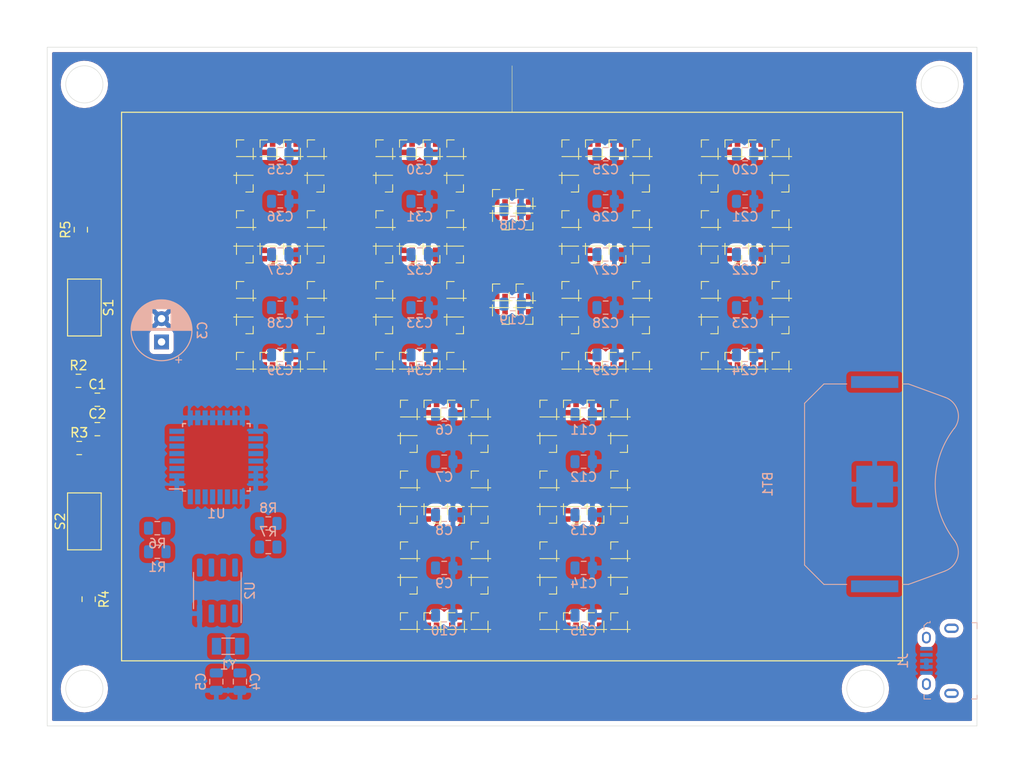
<source format=kicad_pcb>
(kicad_pcb (version 20171130) (host pcbnew "(5.1.2)-1")
  (layers (0 F.Cu signal) (31 B.Cu signal) (34 B.Paste user) (35 F.Paste user) (36 B.SilkS user) (37 F.SilkS user) (38 B.Mask user) (39 F.Mask user) (44 Edge.Cuts user))
  (net 0 "")
  (net 1 "Net-(BT1-Pad1)")
  (net 2 GND)
  (net 3 HH)
  (net 4 MM)
  (net 5 +5V)
  (net 6 "Net-(C4-Pad2)")
  (net 7 "Net-(C5-Pad1)")
  (net 8 /SK6805_7_segment_S0/DIN)
  (net 9 "Net-(D1-Pad1)")
  (net 10 "Net-(D2-Pad1)")
  (net 11 "Net-(D3-Pad1)")
  (net 12 "Net-(D4-Pad1)")
  (net 13 "Net-(D5-Pad3)")
  (net 14 "Net-(D5-Pad1)")
  (net 15 "Net-(D7-Pad1)")
  (net 16 "Net-(D12-Pad3)")
  (net 17 "Net-(D10-Pad1)")
  (net 18 "Net-(D13-Pad3)")
  (net 19 "Net-(D10-Pad3)")
  (net 20 "Net-(D11-Pad3)")
  (net 21 "Net-(D13-Pad1)")
  (net 22 "Net-(D14-Pad1)")
  (net 23 "Net-(D15-Pad3)")
  (net 24 "Net-(D15-Pad1)")
  (net 25 "Net-(D17-Pad1)")
  (net 26 "Net-(D18-Pad1)")
  (net 27 "Net-(D19-Pad1)")
  (net 28 /SK6805_7_segment_S1/DIN)
  (net 29 "Net-(D21-Pad1)")
  (net 30 "Net-(D22-Pad1)")
  (net 31 "Net-(D23-Pad1)")
  (net 32 "Net-(D24-Pad1)")
  (net 33 "Net-(D25-Pad3)")
  (net 34 "Net-(D25-Pad1)")
  (net 35 "Net-(D27-Pad1)")
  (net 36 "Net-(D28-Pad1)")
  (net 37 "Net-(D29-Pad3)")
  (net 38 "Net-(D29-Pad1)")
  (net 39 "Net-(D30-Pad3)")
  (net 40 "Net-(D31-Pad3)")
  (net 41 "Net-(D33-Pad1)")
  (net 42 "Net-(D34-Pad1)")
  (net 43 "Net-(D35-Pad3)")
  (net 44 "Net-(D35-Pad1)")
  (net 45 "Net-(D37-Pad1)")
  (net 46 "Net-(D38-Pad1)")
  (net 47 "Net-(D39-Pad1)")
  (net 48 /SK6805_clock_colon_HM/DIN)
  (net 49 "Net-(D49-Pad1)")
  (net 50 "Net-(D50-Pad1)")
  (net 51 "Net-(D51-Pad3)")
  (net 52 "Net-(D51-Pad1)")
  (net 53 "Net-(D53-Pad1)")
  (net 54 "Net-(D54-Pad1)")
  (net 55 "Net-(D55-Pad3)")
  (net 56 /SK6805_7_segment_M0/DIN)
  (net 57 /SK6805_7_segment_M1/DIN)
  (net 58 "Net-(D57-Pad1)")
  (net 59 "Net-(D58-Pad1)")
  (net 60 "Net-(D59-Pad1)")
  (net 61 "Net-(D60-Pad1)")
  (net 62 "Net-(D61-Pad3)")
  (net 63 "Net-(D61-Pad1)")
  (net 64 "Net-(D63-Pad1)")
  (net 65 "Net-(D64-Pad1)")
  (net 66 "Net-(D65-Pad3)")
  (net 67 "Net-(D65-Pad1)")
  (net 68 "Net-(D66-Pad3)")
  (net 69 "Net-(D67-Pad3)")
  (net 70 "Net-(D69-Pad1)")
  (net 71 "Net-(D70-Pad1)")
  (net 72 "Net-(D71-Pad3)")
  (net 73 "Net-(D71-Pad1)")
  (net 74 "Net-(D73-Pad1)")
  (net 75 "Net-(D74-Pad1)")
  (net 76 "Net-(D75-Pad1)")
  (net 77 "Net-(D77-Pad1)")
  (net 78 "Net-(D78-Pad1)")
  (net 79 "Net-(D79-Pad1)")
  (net 80 "Net-(D80-Pad1)")
  (net 81 "Net-(D81-Pad3)")
  (net 82 "Net-(D81-Pad1)")
  (net 83 "Net-(D83-Pad1)")
  (net 84 "Net-(D84-Pad1)")
  (net 85 "Net-(D85-Pad3)")
  (net 86 "Net-(D85-Pad1)")
  (net 87 "Net-(D86-Pad3)")
  (net 88 "Net-(D87-Pad3)")
  (net 89 "Net-(D89-Pad1)")
  (net 90 "Net-(D90-Pad1)")
  (net 91 "Net-(D91-Pad3)")
  (net 92 "Net-(D91-Pad1)")
  (net 93 "Net-(D93-Pad1)")
  (net 94 "Net-(D94-Pad1)")
  (net 95 "Net-(D95-Pad1)")
  (net 96 /SK6805_7_segment_H1/DIN)
  (net 97 "Net-(D97-Pad1)")
  (net 98 "Net-(D98-Pad1)")
  (net 99 "Net-(D100-Pad3)")
  (net 100 "Net-(D100-Pad1)")
  (net 101 "Net-(D101-Pad3)")
  (net 102 "Net-(D101-Pad1)")
  (net 103 "Net-(D103-Pad1)")
  (net 104 "Net-(D104-Pad1)")
  (net 105 "Net-(D105-Pad3)")
  (net 106 "Net-(D105-Pad1)")
  (net 107 "Net-(D106-Pad3)")
  (net 108 "Net-(D107-Pad3)")
  (net 109 "Net-(D109-Pad1)")
  (net 110 "Net-(D110-Pad1)")
  (net 111 "Net-(D111-Pad3)")
  (net 112 "Net-(D111-Pad1)")
  (net 113 "Net-(D113-Pad1)")
  (net 114 "Net-(D114-Pad1)")
  (net 115 "Net-(D115-Pad1)")
  (net 116 LEDs)
  (net 117 "Net-(D117-Pad1)")
  (net 118 "Net-(D118-Pad1)")
  (net 119 "Net-(D119-Pad1)")
  (net 120 "Net-(D120-Pad1)")
  (net 121 "Net-(D121-Pad3)")
  (net 122 "Net-(D121-Pad1)")
  (net 123 "Net-(D123-Pad1)")
  (net 124 "Net-(D124-Pad1)")
  (net 125 "Net-(D125-Pad3)")
  (net 126 "Net-(D125-Pad1)")
  (net 127 "Net-(D126-Pad3)")
  (net 128 "Net-(D127-Pad3)")
  (net 129 "Net-(D129-Pad1)")
  (net 130 "Net-(D130-Pad1)")
  (net 131 "Net-(D131-Pad3)")
  (net 132 "Net-(D131-Pad1)")
  (net 133 "Net-(D133-Pad1)")
  (net 134 "Net-(D134-Pad1)")
  (net 135 "Net-(D135-Pad1)")
  (net 136 "Net-(R1-Pad2)")
  (net 137 "Net-(R4-Pad1)")
  (net 138 "Net-(R5-Pad1)")
  (net 139 SQW)
  (net 140 SCL)
  (net 141 SDA)
  (module Package_SO:SOIC-8_3.9x4.9mm_P1.27mm (layer B.Cu) (at 103.3 123.44 90)
    (fp_text reference U2 (at 0 3.5 90) (layer B.SilkS) (effects (justify mirror)))
    (fp_text value MCP7940N-xST)
    (pad 8 smd roundrect (at 2.475 1.905 90) (size 1.95 0.6) (layers B.Cu B.Paste B.Mask) (net 5 +5V))
    (pad 7 smd roundrect (at 2.475 0.635 90) (size 1.95 0.6) (layers B.Cu B.Paste B.Mask) (net 139 SQW))
    (pad 6 smd roundrect (at 2.475 -0.635 90) (size 1.95 0.6) (layers B.Cu B.Paste B.Mask) (net 140 SCL))
    (pad 5 smd roundrect (at 2.475 -1.905 90) (size 1.95 0.6) (layers B.Cu B.Paste B.Mask) (net 141 SDA))
    (pad 4 smd roundrect (at -2.475 -1.905 90) (size 1.95 0.6) (layers B.Cu B.Paste B.Mask) (net 2 GND))
    (pad 3 smd roundrect (at -2.475 -0.635 90) (size 1.95 0.6) (layers B.Cu B.Paste B.Mask) (net 1 "Net-(BT1-Pad1)"))
    (pad 2 smd roundrect (at -2.475 0.635 90) (size 1.95 0.6) (layers B.Cu B.Paste B.Mask) (net 7 "Net-(C5-Pad1)"))
    (pad 1 smd roundrect (at -2.475 1.905 90) (size 1.95 0.6) (layers B.Cu B.Paste B.Mask) (net 6 "Net-(C4-Pad2)"))
  )
  (module Crystal:Crystal_SMD_3215-2Pin_3.2x1.5mm (layer B.Cu) (at 104.46 129.43)
    (fp_text reference Y1 (at 0 2 180) (layer B.SilkS) (effects (justify mirror)))
    (fp_text value "7pF CL")
    (pad 2 smd rect (at -1.25 0) (size 1 1.8) (layers B.Cu B.Paste B.Mask) (net 7 "Net-(C5-Pad1)"))
    (pad 1 smd rect (at 1.25 0) (size 1 1.8) (layers B.Cu B.Paste B.Mask) (net 6 "Net-(C4-Pad2)"))
  )
  (module Package_QFP:TQFP-32_7x7mm_P0.8mm (layer B.Cu) (at 103.19 109.11)
    (fp_text reference U1 (at 0 6.05) (layer B.SilkS) (effects (justify mirror)))
    (fp_text value ATtiny88-AU)
    (pad 32 smd rect (at -2.8 4.25 270) (size 1.6 0.55) (layers B.Cu B.Paste B.Mask) (net 139 SQW))
    (pad 31 smd rect (at -2 4.25 270) (size 1.6 0.55) (layers B.Cu B.Paste B.Mask) (net 2 GND))
    (pad 30 smd rect (at -1.2 4.25 270) (size 1.6 0.55) (layers B.Cu B.Paste B.Mask) (net 2 GND))
    (pad 29 smd rect (at -0.4 4.25 270) (size 1.6 0.55) (layers B.Cu B.Paste B.Mask) (net 136 "Net-(R1-Pad2)"))
    (pad 28 smd rect (at 0.4 4.25 270) (size 1.6 0.55) (layers B.Cu B.Paste B.Mask) (net 140 SCL))
    (pad 27 smd rect (at 1.2 4.25 270) (size 1.6 0.55) (layers B.Cu B.Paste B.Mask) (net 141 SDA))
    (pad 26 smd rect (at 2 4.25 270) (size 1.6 0.55) (layers B.Cu B.Paste B.Mask) (net 2 GND))
    (pad 25 smd rect (at 2.8 4.25 270) (size 1.6 0.55) (layers B.Cu B.Paste B.Mask) (net 2 GND))
    (pad 24 smd rect (at 4.25 2.8) (size 1.6 0.55) (layers B.Cu B.Paste B.Mask) (net 2 GND))
    (pad 23 smd rect (at 4.25 2) (size 1.6 0.55) (layers B.Cu B.Paste B.Mask) (net 2 GND))
    (pad 22 smd rect (at 4.25 1.2) (size 1.6 0.55) (layers B.Cu B.Paste B.Mask) (net 2 GND))
    (pad 21 smd rect (at 4.25 0.4) (size 1.6 0.55) (layers B.Cu B.Paste B.Mask) (net 2 GND))
    (pad 20 smd rect (at 4.25 -0.4) (size 1.6 0.55) (layers B.Cu B.Paste B.Mask) (net 116 LEDs))
    (pad 19 smd rect (at 4.25 -1.2) (size 1.6 0.55) (layers B.Cu B.Paste B.Mask) (net 2 GND))
    (pad 18 smd rect (at 4.25 -2) (size 1.6 0.55) (layers B.Cu B.Paste B.Mask) (net 5 +5V))
    (pad 17 smd rect (at 4.25 -2.8) (size 1.6 0.55) (layers B.Cu B.Paste B.Mask) (net 2 GND))
    (pad 16 smd rect (at 2.8 -4.25 270) (size 1.6 0.55) (layers B.Cu B.Paste B.Mask) (net 2 GND))
    (pad 15 smd rect (at 2 -4.25 270) (size 1.6 0.55) (layers B.Cu B.Paste B.Mask) (net 2 GND))
    (pad 14 smd rect (at 1.2 -4.25 270) (size 1.6 0.55) (layers B.Cu B.Paste B.Mask) (net 2 GND))
    (pad 13 smd rect (at 0.4 -4.25 270) (size 1.6 0.55) (layers B.Cu B.Paste B.Mask) (net 2 GND))
    (pad 12 smd rect (at -0.4 -4.25 270) (size 1.6 0.55) (layers B.Cu B.Paste B.Mask) (net 2 GND))
    (pad 11 smd rect (at -1.2 -4.25 270) (size 1.6 0.55) (layers B.Cu B.Paste B.Mask) (net 2 GND))
    (pad 10 smd rect (at -2 -4.25 270) (size 1.6 0.55) (layers B.Cu B.Paste B.Mask) (net 2 GND))
    (pad 9 smd rect (at -2.8 -4.25 270) (size 1.6 0.55) (layers B.Cu B.Paste B.Mask) (net 2 GND))
    (pad 8 smd rect (at -4.25 -2.8) (size 1.6 0.55) (layers B.Cu B.Paste B.Mask) (net 4 MM))
    (pad 7 smd rect (at -4.25 -2) (size 1.6 0.55) (layers B.Cu B.Paste B.Mask) (net 3 HH))
    (pad 6 smd rect (at -4.25 -1.2) (size 1.6 0.55) (layers B.Cu B.Paste B.Mask) (net 2 GND))
    (pad 5 smd rect (at -4.25 -0.4) (size 1.6 0.55) (layers B.Cu B.Paste B.Mask) (net 2 GND))
    (pad 4 smd rect (at -4.25 0.4) (size 1.6 0.55) (layers B.Cu B.Paste B.Mask) (net 5 +5V))
    (pad 3 smd rect (at -4.25 1.2) (size 1.6 0.55) (layers B.Cu B.Paste B.Mask) (net 2 GND))
    (pad 2 smd rect (at -4.25 2) (size 1.6 0.55) (layers B.Cu B.Paste B.Mask) (net 2 GND))
    (pad 1 smd rect (at -4.25 2.8) (size 1.6 0.55) (layers B.Cu B.Paste B.Mask) (net 2 GND))
  )
  (module Button_Switch_SMD:SW_SPST_FSMSM (layer F.Cu) (at 89 116 90)
    (fp_text reference S2 (at 0 -2.6 90) (layer F.SilkS))
    (fp_text value GPTS203211B)
    (pad 2 smd rect (at 4.59 0 90) (size 2.18 1.6) (layers F.Cu F.Paste F.Mask) (net 4 MM))
    (pad 1 smd rect (at -4.59 0 90) (size 2.18 1.6) (layers F.Cu F.Paste F.Mask) (net 138 "Net-(R5-Pad1)"))
  )
  (module Button_Switch_SMD:SW_SPST_FSMSM (layer F.Cu) (at 89 93 270)
    (fp_text reference S1 (at 0 -2.6 90) (layer F.SilkS))
    (fp_text value GPTS203211B)
    (pad 2 smd rect (at 4.59 0 270) (size 2.18 1.6) (layers F.Cu F.Paste F.Mask) (net 3 HH))
    (pad 1 smd rect (at -4.59 0 270) (size 2.18 1.6) (layers F.Cu F.Paste F.Mask) (net 137 "Net-(R4-Pad1)"))
  )
  (module Resistor_SMD:R_0805_2012Metric (layer B.Cu) (at 108.778 116.222 180)
    (fp_text reference R8 (at 0 1.65) (layer B.SilkS) (effects (justify mirror)))
    (fp_text value 2.2kR)
    (pad 2 smd roundrect (at 0.9375 0 180) (size 0.975 1.4) (layers B.Cu B.Paste B.Mask) (net 141 SDA))
    (pad 1 smd roundrect (at -0.9375 0 180) (size 0.975 1.4) (layers B.Cu B.Paste B.Mask) (net 5 +5V))
  )
  (module Resistor_SMD:R_0805_2012Metric (layer B.Cu) (at 108.778 118.762 180)
    (fp_text reference R7 (at 0 1.65) (layer B.SilkS) (effects (justify mirror)))
    (fp_text value 2.2kR)
    (pad 2 smd roundrect (at 0.9375 0 180) (size 0.975 1.4) (layers B.Cu B.Paste B.Mask) (net 140 SCL))
    (pad 1 smd roundrect (at -0.9375 0 180) (size 0.975 1.4) (layers B.Cu B.Paste B.Mask) (net 5 +5V))
  )
  (module Resistor_SMD:R_0805_2012Metric (layer B.Cu) (at 96.84 116.73)
    (fp_text reference R6 (at 0 1.65 180) (layer B.SilkS) (effects (justify mirror)))
    (fp_text value 2.2kR)
    (pad 2 smd roundrect (at 0.9375 0) (size 0.975 1.4) (layers B.Cu B.Paste B.Mask) (net 139 SQW))
    (pad 1 smd roundrect (at -0.9375 0) (size 0.975 1.4) (layers B.Cu B.Paste B.Mask) (net 5 +5V))
  )
  (module Resistor_SMD:R_0805_2012Metric (layer F.Cu) (at 88.62 84.63 90)
    (fp_text reference R5 (at 0 -1.65 270) (layer F.SilkS))
    (fp_text value 1kR)
    (pad 2 smd roundrect (at 0.9375 0 90) (size 0.975 1.4) (layers F.Cu F.Paste F.Mask) (net 2 GND))
    (pad 1 smd roundrect (at -0.9375 0 90) (size 0.975 1.4) (layers F.Cu F.Paste F.Mask) (net 138 "Net-(R5-Pad1)"))
  )
  (module Resistor_SMD:R_0805_2012Metric (layer F.Cu) (at 89.46 124.37 270)
    (fp_text reference R4 (at 0 -1.65 270) (layer F.SilkS))
    (fp_text value 1kR)
    (pad 2 smd roundrect (at 0.9375 0 270) (size 0.975 1.4) (layers F.Cu F.Paste F.Mask) (net 2 GND))
    (pad 1 smd roundrect (at -0.9375 0 270) (size 0.975 1.4) (layers F.Cu F.Paste F.Mask) (net 137 "Net-(R4-Pad1)"))
  )
  (module Resistor_SMD:R_0805_2012Metric (layer F.Cu) (at 88.444 108.114)
    (fp_text reference R3 (at 0 -1.65 -180) (layer F.SilkS))
    (fp_text value 10kR)
    (pad 2 smd roundrect (at 0.9375 0) (size 0.975 1.4) (layers F.Cu F.Paste F.Mask) (net 4 MM))
    (pad 1 smd roundrect (at -0.9375 0) (size 0.975 1.4) (layers F.Cu F.Paste F.Mask) (net 5 +5V))
  )
  (module Resistor_SMD:R_0805_2012Metric (layer F.Cu) (at 88.366 100.886)
    (fp_text reference R2 (at 0 -1.65 -180) (layer F.SilkS))
    (fp_text value 10kR)
    (pad 2 smd roundrect (at 0.9375 0) (size 0.975 1.4) (layers F.Cu F.Paste F.Mask) (net 3 HH))
    (pad 1 smd roundrect (at -0.9375 0) (size 0.975 1.4) (layers F.Cu F.Paste F.Mask) (net 5 +5V))
  )
  (module Resistor_SMD:R_0805_2012Metric (layer B.Cu) (at 96.84 119.27)
    (fp_text reference R1 (at 0 1.65 180) (layer B.SilkS) (effects (justify mirror)))
    (fp_text value 10kR)
    (pad 2 smd roundrect (at 0.9375 0) (size 0.975 1.4) (layers B.Cu B.Paste B.Mask) (net 136 "Net-(R1-Pad2)"))
    (pad 1 smd roundrect (at -0.9375 0) (size 0.975 1.4) (layers B.Cu B.Paste B.Mask) (net 5 +5V))
  )
  (module digikey-footprints:USB_Micro_B_Female_10118194-0001LF (layer B.Cu) (at 179.562 131 270)
    (fp_text reference J1 (at 0 2.5 270) (layer B.SilkS) (effects (justify mirror)))
    (fp_text value USB_B_Micro)
    (pad SH thru_hole oval (at 3.5 -2.7 270) (size 1 1.55) (drill oval 0.5 1.15) (layers *.Cu *.Mask))
    (pad SH thru_hole oval (at -3.5 -2.7 270) (size 1 1.55) (drill oval 0.5 1.15) (layers *.Cu *.Mask))
    (pad SH thru_hole oval (at -2.5 0 270) (size 1.25 0.95) (drill oval 0.85 0.55) (layers *.Cu *.Mask))
    (pad SH thru_hole oval (at 2.5 0 270) (size 1.25 0.95) (drill oval 0.85 0.55) (layers *.Cu *.Mask))
    (pad 1 smd rect (at -1.3 0 270) (size 0.4 1.35) (layers B.Cu B.Paste B.Mask) (net 5 +5V))
    (pad 2 smd rect (at -0.65 0 270) (size 0.4 1.35) (layers B.Cu B.Paste B.Mask) (net 2 GND))
    (pad 5 smd rect (at 1.3 0 270) (size 0.4 1.35) (layers B.Cu B.Paste B.Mask) (net 2 GND))
    (pad 4 smd rect (at 0.65 0 270) (size 0.4 1.35) (layers B.Cu B.Paste B.Mask) (net 2 GND))
    (pad 3 smd rect (at 0 0 270) (size 0.4 1.35) (layers B.Cu B.Paste B.Mask) (net 2 GND))
  )
  (module LED_SMD:LED_SK6805_PLCC4_1.5x1.5mm_P0.65mm (layer F.Cu) (at 113.877 98.728 180)
    (fp_text reference D136 hide)
    (fp_text value SK6805_1515)
    (pad 2 smd rect (at 0.45 0.45) (size 0.6 0.6) (layers F.Cu F.Paste F.Mask) (net 2 GND))
    (pad 3 smd rect (at 0.45 -0.45) (size 0.6 0.6) (layers F.Cu F.Paste F.Mask) (net 135 "Net-(D135-Pad1)"))
    (pad 1 smd rect (at -0.45 0.45) (size 0.6 0.6) (layers F.Cu F.Paste F.Mask) (net 96 /SK6805_7_segment_H1/DIN))
    (pad 4 smd rect (at -0.45 -0.45) (size 0.6 0.6) (layers F.Cu F.Paste F.Mask) (net 5 +5V))
  )
  (module LED_SMD:LED_SK6805_PLCC4_1.5x1.5mm_P0.65mm (layer F.Cu) (at 111.337 98.728 180)
    (fp_text reference D135 hide)
    (fp_text value SK6805_1515)
    (pad 2 smd rect (at 0.45 0.45) (size 0.6 0.6) (layers F.Cu F.Paste F.Mask) (net 2 GND))
    (pad 3 smd rect (at 0.45 -0.45) (size 0.6 0.6) (layers F.Cu F.Paste F.Mask) (net 134 "Net-(D134-Pad1)"))
    (pad 1 smd rect (at -0.45 0.45) (size 0.6 0.6) (layers F.Cu F.Paste F.Mask) (net 135 "Net-(D135-Pad1)"))
    (pad 4 smd rect (at -0.45 -0.45) (size 0.6 0.6) (layers F.Cu F.Paste F.Mask) (net 5 +5V))
  )
  (module LED_SMD:LED_SK6805_PLCC4_1.5x1.5mm_P0.65mm (layer F.Cu) (at 108.797 98.728 180)
    (fp_text reference D134 hide)
    (fp_text value SK6805_1515)
    (pad 2 smd rect (at 0.45 0.45) (size 0.6 0.6) (layers F.Cu F.Paste F.Mask) (net 2 GND))
    (pad 3 smd rect (at 0.45 -0.45) (size 0.6 0.6) (layers F.Cu F.Paste F.Mask) (net 133 "Net-(D133-Pad1)"))
    (pad 1 smd rect (at -0.45 0.45) (size 0.6 0.6) (layers F.Cu F.Paste F.Mask) (net 134 "Net-(D134-Pad1)"))
    (pad 4 smd rect (at -0.45 -0.45) (size 0.6 0.6) (layers F.Cu F.Paste F.Mask) (net 5 +5V))
  )
  (module LED_SMD:LED_SK6805_PLCC4_1.5x1.5mm_P0.65mm (layer F.Cu) (at 106.257 98.728 180)
    (fp_text reference D133 hide)
    (fp_text value SK6805_1515)
    (pad 2 smd rect (at 0.45 0.45) (size 0.6 0.6) (layers F.Cu F.Paste F.Mask) (net 2 GND))
    (pad 3 smd rect (at 0.45 -0.45) (size 0.6 0.6) (layers F.Cu F.Paste F.Mask) (net 132 "Net-(D131-Pad1)"))
    (pad 1 smd rect (at -0.45 0.45) (size 0.6 0.6) (layers F.Cu F.Paste F.Mask) (net 133 "Net-(D133-Pad1)"))
    (pad 4 smd rect (at -0.45 -0.45) (size 0.6 0.6) (layers F.Cu F.Paste F.Mask) (net 5 +5V))
  )
  (module LED_SMD:LED_SK6805_PLCC4_1.5x1.5mm_P0.65mm (layer F.Cu) (at 113.877 94.918)
    (fp_text reference D132 hide)
    (fp_text value SK6805_1515)
    (pad 2 smd rect (at 0.45 0.45 180) (size 0.6 0.6) (layers F.Cu F.Paste F.Mask) (net 2 GND))
    (pad 3 smd rect (at 0.45 -0.45 180) (size 0.6 0.6) (layers F.Cu F.Paste F.Mask) (net 130 "Net-(D130-Pad1)"))
    (pad 1 smd rect (at -0.45 0.45 180) (size 0.6 0.6) (layers F.Cu F.Paste F.Mask) (net 131 "Net-(D131-Pad3)"))
    (pad 4 smd rect (at -0.45 -0.45 180) (size 0.6 0.6) (layers F.Cu F.Paste F.Mask) (net 5 +5V))
  )
  (module LED_SMD:LED_SK6805_PLCC4_1.5x1.5mm_P0.65mm (layer F.Cu) (at 106.257 94.918)
    (fp_text reference D131 hide)
    (fp_text value SK6805_1515)
    (pad 2 smd rect (at 0.45 0.45 180) (size 0.6 0.6) (layers F.Cu F.Paste F.Mask) (net 2 GND))
    (pad 3 smd rect (at 0.45 -0.45 180) (size 0.6 0.6) (layers F.Cu F.Paste F.Mask) (net 131 "Net-(D131-Pad3)"))
    (pad 1 smd rect (at -0.45 0.45 180) (size 0.6 0.6) (layers F.Cu F.Paste F.Mask) (net 132 "Net-(D131-Pad1)"))
    (pad 4 smd rect (at -0.45 -0.45 180) (size 0.6 0.6) (layers F.Cu F.Paste F.Mask) (net 5 +5V))
  )
  (module LED_SMD:LED_SK6805_PLCC4_1.5x1.5mm_P0.65mm (layer F.Cu) (at 113.877 91.108 180)
    (fp_text reference D130 hide)
    (fp_text value SK6805_1515)
    (pad 2 smd rect (at 0.45 0.45) (size 0.6 0.6) (layers F.Cu F.Paste F.Mask) (net 2 GND))
    (pad 3 smd rect (at 0.45 -0.45) (size 0.6 0.6) (layers F.Cu F.Paste F.Mask) (net 129 "Net-(D129-Pad1)"))
    (pad 1 smd rect (at -0.45 0.45) (size 0.6 0.6) (layers F.Cu F.Paste F.Mask) (net 130 "Net-(D130-Pad1)"))
    (pad 4 smd rect (at -0.45 -0.45) (size 0.6 0.6) (layers F.Cu F.Paste F.Mask) (net 5 +5V))
  )
  (module LED_SMD:LED_SK6805_PLCC4_1.5x1.5mm_P0.65mm (layer F.Cu) (at 106.257 91.108 180)
    (fp_text reference D129 hide)
    (fp_text value SK6805_1515)
    (pad 2 smd rect (at 0.45 0.45) (size 0.6 0.6) (layers F.Cu F.Paste F.Mask) (net 2 GND))
    (pad 3 smd rect (at 0.45 -0.45) (size 0.6 0.6) (layers F.Cu F.Paste F.Mask) (net 126 "Net-(D125-Pad1)"))
    (pad 1 smd rect (at -0.45 0.45) (size 0.6 0.6) (layers F.Cu F.Paste F.Mask) (net 129 "Net-(D129-Pad1)"))
    (pad 4 smd rect (at -0.45 -0.45) (size 0.6 0.6) (layers F.Cu F.Paste F.Mask) (net 5 +5V))
  )
  (module LED_SMD:LED_SK6805_PLCC4_1.5x1.5mm_P0.65mm (layer F.Cu) (at 113.877 87.298)
    (fp_text reference D128 hide)
    (fp_text value SK6805_1515)
    (pad 2 smd rect (at 0.45 0.45 180) (size 0.6 0.6) (layers F.Cu F.Paste F.Mask) (net 2 GND))
    (pad 3 smd rect (at 0.45 -0.45 180) (size 0.6 0.6) (layers F.Cu F.Paste F.Mask) (net 124 "Net-(D124-Pad1)"))
    (pad 1 smd rect (at -0.45 0.45 180) (size 0.6 0.6) (layers F.Cu F.Paste F.Mask) (net 128 "Net-(D127-Pad3)"))
    (pad 4 smd rect (at -0.45 -0.45 180) (size 0.6 0.6) (layers F.Cu F.Paste F.Mask) (net 5 +5V))
  )
  (module LED_SMD:LED_SK6805_PLCC4_1.5x1.5mm_P0.65mm (layer F.Cu) (at 111.337 87.298)
    (fp_text reference D127 hide)
    (fp_text value SK6805_1515)
    (pad 2 smd rect (at 0.45 0.45 180) (size 0.6 0.6) (layers F.Cu F.Paste F.Mask) (net 2 GND))
    (pad 3 smd rect (at 0.45 -0.45 180) (size 0.6 0.6) (layers F.Cu F.Paste F.Mask) (net 128 "Net-(D127-Pad3)"))
    (pad 1 smd rect (at -0.45 0.45 180) (size 0.6 0.6) (layers F.Cu F.Paste F.Mask) (net 127 "Net-(D126-Pad3)"))
    (pad 4 smd rect (at -0.45 -0.45 180) (size 0.6 0.6) (layers F.Cu F.Paste F.Mask) (net 5 +5V))
  )
  (module LED_SMD:LED_SK6805_PLCC4_1.5x1.5mm_P0.65mm (layer F.Cu) (at 108.797 87.298)
    (fp_text reference D126 hide)
    (fp_text value SK6805_1515)
    (pad 2 smd rect (at 0.45 0.45 180) (size 0.6 0.6) (layers F.Cu F.Paste F.Mask) (net 2 GND))
    (pad 3 smd rect (at 0.45 -0.45 180) (size 0.6 0.6) (layers F.Cu F.Paste F.Mask) (net 127 "Net-(D126-Pad3)"))
    (pad 1 smd rect (at -0.45 0.45 180) (size 0.6 0.6) (layers F.Cu F.Paste F.Mask) (net 125 "Net-(D125-Pad3)"))
    (pad 4 smd rect (at -0.45 -0.45 180) (size 0.6 0.6) (layers F.Cu F.Paste F.Mask) (net 5 +5V))
  )
  (module LED_SMD:LED_SK6805_PLCC4_1.5x1.5mm_P0.65mm (layer F.Cu) (at 106.257 87.298)
    (fp_text reference D125 hide)
    (fp_text value SK6805_1515)
    (pad 2 smd rect (at 0.45 0.45 180) (size 0.6 0.6) (layers F.Cu F.Paste F.Mask) (net 2 GND))
    (pad 3 smd rect (at 0.45 -0.45 180) (size 0.6 0.6) (layers F.Cu F.Paste F.Mask) (net 125 "Net-(D125-Pad3)"))
    (pad 1 smd rect (at -0.45 0.45 180) (size 0.6 0.6) (layers F.Cu F.Paste F.Mask) (net 126 "Net-(D125-Pad1)"))
    (pad 4 smd rect (at -0.45 -0.45 180) (size 0.6 0.6) (layers F.Cu F.Paste F.Mask) (net 5 +5V))
  )
  (module LED_SMD:LED_SK6805_PLCC4_1.5x1.5mm_P0.65mm (layer F.Cu) (at 113.877 83.488 180)
    (fp_text reference D124 hide)
    (fp_text value SK6805_1515)
    (pad 2 smd rect (at 0.45 0.45) (size 0.6 0.6) (layers F.Cu F.Paste F.Mask) (net 2 GND))
    (pad 3 smd rect (at 0.45 -0.45) (size 0.6 0.6) (layers F.Cu F.Paste F.Mask) (net 123 "Net-(D123-Pad1)"))
    (pad 1 smd rect (at -0.45 0.45) (size 0.6 0.6) (layers F.Cu F.Paste F.Mask) (net 124 "Net-(D124-Pad1)"))
    (pad 4 smd rect (at -0.45 -0.45) (size 0.6 0.6) (layers F.Cu F.Paste F.Mask) (net 5 +5V))
  )
  (module LED_SMD:LED_SK6805_PLCC4_1.5x1.5mm_P0.65mm (layer F.Cu) (at 106.257 83.488 180)
    (fp_text reference D123 hide)
    (fp_text value SK6805_1515)
    (pad 2 smd rect (at 0.45 0.45) (size 0.6 0.6) (layers F.Cu F.Paste F.Mask) (net 2 GND))
    (pad 3 smd rect (at 0.45 -0.45) (size 0.6 0.6) (layers F.Cu F.Paste F.Mask) (net 122 "Net-(D121-Pad1)"))
    (pad 1 smd rect (at -0.45 0.45) (size 0.6 0.6) (layers F.Cu F.Paste F.Mask) (net 123 "Net-(D123-Pad1)"))
    (pad 4 smd rect (at -0.45 -0.45) (size 0.6 0.6) (layers F.Cu F.Paste F.Mask) (net 5 +5V))
  )
  (module LED_SMD:LED_SK6805_PLCC4_1.5x1.5mm_P0.65mm (layer F.Cu) (at 113.877 79.678)
    (fp_text reference D122 hide)
    (fp_text value SK6805_1515)
    (pad 2 smd rect (at 0.45 0.45 180) (size 0.6 0.6) (layers F.Cu F.Paste F.Mask) (net 2 GND))
    (pad 3 smd rect (at 0.45 -0.45 180) (size 0.6 0.6) (layers F.Cu F.Paste F.Mask) (net 120 "Net-(D120-Pad1)"))
    (pad 1 smd rect (at -0.45 0.45 180) (size 0.6 0.6) (layers F.Cu F.Paste F.Mask) (net 121 "Net-(D121-Pad3)"))
    (pad 4 smd rect (at -0.45 -0.45 180) (size 0.6 0.6) (layers F.Cu F.Paste F.Mask) (net 5 +5V))
  )
  (module LED_SMD:LED_SK6805_PLCC4_1.5x1.5mm_P0.65mm (layer F.Cu) (at 106.257 79.678)
    (fp_text reference D121 hide)
    (fp_text value SK6805_1515)
    (pad 2 smd rect (at 0.45 0.45 180) (size 0.6 0.6) (layers F.Cu F.Paste F.Mask) (net 2 GND))
    (pad 3 smd rect (at 0.45 -0.45 180) (size 0.6 0.6) (layers F.Cu F.Paste F.Mask) (net 121 "Net-(D121-Pad3)"))
    (pad 1 smd rect (at -0.45 0.45 180) (size 0.6 0.6) (layers F.Cu F.Paste F.Mask) (net 122 "Net-(D121-Pad1)"))
    (pad 4 smd rect (at -0.45 -0.45 180) (size 0.6 0.6) (layers F.Cu F.Paste F.Mask) (net 5 +5V))
  )
  (module LED_SMD:LED_SK6805_PLCC4_1.5x1.5mm_P0.65mm (layer F.Cu) (at 113.877 75.868 180)
    (fp_text reference D120 hide)
    (fp_text value SK6805_1515)
    (pad 2 smd rect (at 0.45 0.45) (size 0.6 0.6) (layers F.Cu F.Paste F.Mask) (net 2 GND))
    (pad 3 smd rect (at 0.45 -0.45) (size 0.6 0.6) (layers F.Cu F.Paste F.Mask) (net 119 "Net-(D119-Pad1)"))
    (pad 1 smd rect (at -0.45 0.45) (size 0.6 0.6) (layers F.Cu F.Paste F.Mask) (net 120 "Net-(D120-Pad1)"))
    (pad 4 smd rect (at -0.45 -0.45) (size 0.6 0.6) (layers F.Cu F.Paste F.Mask) (net 5 +5V))
  )
  (module LED_SMD:LED_SK6805_PLCC4_1.5x1.5mm_P0.65mm (layer F.Cu) (at 111.337 75.868 180)
    (fp_text reference D119 hide)
    (fp_text value SK6805_1515)
    (pad 2 smd rect (at 0.45 0.45) (size 0.6 0.6) (layers F.Cu F.Paste F.Mask) (net 2 GND))
    (pad 3 smd rect (at 0.45 -0.45) (size 0.6 0.6) (layers F.Cu F.Paste F.Mask) (net 118 "Net-(D118-Pad1)"))
    (pad 1 smd rect (at -0.45 0.45) (size 0.6 0.6) (layers F.Cu F.Paste F.Mask) (net 119 "Net-(D119-Pad1)"))
    (pad 4 smd rect (at -0.45 -0.45) (size 0.6 0.6) (layers F.Cu F.Paste F.Mask) (net 5 +5V))
  )
  (module LED_SMD:LED_SK6805_PLCC4_1.5x1.5mm_P0.65mm (layer F.Cu) (at 108.797 75.868 180)
    (fp_text reference D118 hide)
    (fp_text value SK6805_1515)
    (pad 2 smd rect (at 0.45 0.45) (size 0.6 0.6) (layers F.Cu F.Paste F.Mask) (net 2 GND))
    (pad 3 smd rect (at 0.45 -0.45) (size 0.6 0.6) (layers F.Cu F.Paste F.Mask) (net 117 "Net-(D117-Pad1)"))
    (pad 1 smd rect (at -0.45 0.45) (size 0.6 0.6) (layers F.Cu F.Paste F.Mask) (net 118 "Net-(D118-Pad1)"))
    (pad 4 smd rect (at -0.45 -0.45) (size 0.6 0.6) (layers F.Cu F.Paste F.Mask) (net 5 +5V))
  )
  (module LED_SMD:LED_SK6805_PLCC4_1.5x1.5mm_P0.65mm (layer F.Cu) (at 106.257 75.868 180)
    (fp_text reference D117 hide)
    (fp_text value SK6805_1515)
    (pad 2 smd rect (at 0.45 0.45) (size 0.6 0.6) (layers F.Cu F.Paste F.Mask) (net 2 GND))
    (pad 3 smd rect (at 0.45 -0.45) (size 0.6 0.6) (layers F.Cu F.Paste F.Mask) (net 116 LEDs))
    (pad 1 smd rect (at -0.45 0.45) (size 0.6 0.6) (layers F.Cu F.Paste F.Mask) (net 117 "Net-(D117-Pad1)"))
    (pad 4 smd rect (at -0.45 -0.45) (size 0.6 0.6) (layers F.Cu F.Paste F.Mask) (net 5 +5V))
  )
  (module LED_SMD:LED_SK6805_PLCC4_1.5x1.5mm_P0.65mm (layer F.Cu) (at 128.877 98.728 180)
    (fp_text reference D116 hide)
    (fp_text value SK6805_1515)
    (pad 2 smd rect (at 0.45 0.45) (size 0.6 0.6) (layers F.Cu F.Paste F.Mask) (net 2 GND))
    (pad 3 smd rect (at 0.45 -0.45) (size 0.6 0.6) (layers F.Cu F.Paste F.Mask) (net 115 "Net-(D115-Pad1)"))
    (pad 1 smd rect (at -0.45 0.45) (size 0.6 0.6) (layers F.Cu F.Paste F.Mask) (net 48 /SK6805_clock_colon_HM/DIN))
    (pad 4 smd rect (at -0.45 -0.45) (size 0.6 0.6) (layers F.Cu F.Paste F.Mask) (net 5 +5V))
  )
  (module LED_SMD:LED_SK6805_PLCC4_1.5x1.5mm_P0.65mm (layer F.Cu) (at 126.337 98.728 180)
    (fp_text reference D115 hide)
    (fp_text value SK6805_1515)
    (pad 2 smd rect (at 0.45 0.45) (size 0.6 0.6) (layers F.Cu F.Paste F.Mask) (net 2 GND))
    (pad 3 smd rect (at 0.45 -0.45) (size 0.6 0.6) (layers F.Cu F.Paste F.Mask) (net 114 "Net-(D114-Pad1)"))
    (pad 1 smd rect (at -0.45 0.45) (size 0.6 0.6) (layers F.Cu F.Paste F.Mask) (net 115 "Net-(D115-Pad1)"))
    (pad 4 smd rect (at -0.45 -0.45) (size 0.6 0.6) (layers F.Cu F.Paste F.Mask) (net 5 +5V))
  )
  (module LED_SMD:LED_SK6805_PLCC4_1.5x1.5mm_P0.65mm (layer F.Cu) (at 123.797 98.728 180)
    (fp_text reference D114 hide)
    (fp_text value SK6805_1515)
    (pad 2 smd rect (at 0.45 0.45) (size 0.6 0.6) (layers F.Cu F.Paste F.Mask) (net 2 GND))
    (pad 3 smd rect (at 0.45 -0.45) (size 0.6 0.6) (layers F.Cu F.Paste F.Mask) (net 113 "Net-(D113-Pad1)"))
    (pad 1 smd rect (at -0.45 0.45) (size 0.6 0.6) (layers F.Cu F.Paste F.Mask) (net 114 "Net-(D114-Pad1)"))
    (pad 4 smd rect (at -0.45 -0.45) (size 0.6 0.6) (layers F.Cu F.Paste F.Mask) (net 5 +5V))
  )
  (module LED_SMD:LED_SK6805_PLCC4_1.5x1.5mm_P0.65mm (layer F.Cu) (at 121.257 98.728 180)
    (fp_text reference D113 hide)
    (fp_text value SK6805_1515)
    (pad 2 smd rect (at 0.45 0.45) (size 0.6 0.6) (layers F.Cu F.Paste F.Mask) (net 2 GND))
    (pad 3 smd rect (at 0.45 -0.45) (size 0.6 0.6) (layers F.Cu F.Paste F.Mask) (net 112 "Net-(D111-Pad1)"))
    (pad 1 smd rect (at -0.45 0.45) (size 0.6 0.6) (layers F.Cu F.Paste F.Mask) (net 113 "Net-(D113-Pad1)"))
    (pad 4 smd rect (at -0.45 -0.45) (size 0.6 0.6) (layers F.Cu F.Paste F.Mask) (net 5 +5V))
  )
  (module LED_SMD:LED_SK6805_PLCC4_1.5x1.5mm_P0.65mm (layer F.Cu) (at 128.877 94.918)
    (fp_text reference D112 hide)
    (fp_text value SK6805_1515)
    (pad 2 smd rect (at 0.45 0.45 180) (size 0.6 0.6) (layers F.Cu F.Paste F.Mask) (net 2 GND))
    (pad 3 smd rect (at 0.45 -0.45 180) (size 0.6 0.6) (layers F.Cu F.Paste F.Mask) (net 110 "Net-(D110-Pad1)"))
    (pad 1 smd rect (at -0.45 0.45 180) (size 0.6 0.6) (layers F.Cu F.Paste F.Mask) (net 111 "Net-(D111-Pad3)"))
    (pad 4 smd rect (at -0.45 -0.45 180) (size 0.6 0.6) (layers F.Cu F.Paste F.Mask) (net 5 +5V))
  )
  (module LED_SMD:LED_SK6805_PLCC4_1.5x1.5mm_P0.65mm (layer F.Cu) (at 121.257 94.918)
    (fp_text reference D111 hide)
    (fp_text value SK6805_1515)
    (pad 2 smd rect (at 0.45 0.45 180) (size 0.6 0.6) (layers F.Cu F.Paste F.Mask) (net 2 GND))
    (pad 3 smd rect (at 0.45 -0.45 180) (size 0.6 0.6) (layers F.Cu F.Paste F.Mask) (net 111 "Net-(D111-Pad3)"))
    (pad 1 smd rect (at -0.45 0.45 180) (size 0.6 0.6) (layers F.Cu F.Paste F.Mask) (net 112 "Net-(D111-Pad1)"))
    (pad 4 smd rect (at -0.45 -0.45 180) (size 0.6 0.6) (layers F.Cu F.Paste F.Mask) (net 5 +5V))
  )
  (module LED_SMD:LED_SK6805_PLCC4_1.5x1.5mm_P0.65mm (layer F.Cu) (at 128.877 91.108 180)
    (fp_text reference D110 hide)
    (fp_text value SK6805_1515)
    (pad 2 smd rect (at 0.45 0.45) (size 0.6 0.6) (layers F.Cu F.Paste F.Mask) (net 2 GND))
    (pad 3 smd rect (at 0.45 -0.45) (size 0.6 0.6) (layers F.Cu F.Paste F.Mask) (net 109 "Net-(D109-Pad1)"))
    (pad 1 smd rect (at -0.45 0.45) (size 0.6 0.6) (layers F.Cu F.Paste F.Mask) (net 110 "Net-(D110-Pad1)"))
    (pad 4 smd rect (at -0.45 -0.45) (size 0.6 0.6) (layers F.Cu F.Paste F.Mask) (net 5 +5V))
  )
  (module LED_SMD:LED_SK6805_PLCC4_1.5x1.5mm_P0.65mm (layer F.Cu) (at 121.257 91.108 180)
    (fp_text reference D109 hide)
    (fp_text value SK6805_1515)
    (pad 2 smd rect (at 0.45 0.45) (size 0.6 0.6) (layers F.Cu F.Paste F.Mask) (net 2 GND))
    (pad 3 smd rect (at 0.45 -0.45) (size 0.6 0.6) (layers F.Cu F.Paste F.Mask) (net 106 "Net-(D105-Pad1)"))
    (pad 1 smd rect (at -0.45 0.45) (size 0.6 0.6) (layers F.Cu F.Paste F.Mask) (net 109 "Net-(D109-Pad1)"))
    (pad 4 smd rect (at -0.45 -0.45) (size 0.6 0.6) (layers F.Cu F.Paste F.Mask) (net 5 +5V))
  )
  (module LED_SMD:LED_SK6805_PLCC4_1.5x1.5mm_P0.65mm (layer F.Cu) (at 128.877 87.298)
    (fp_text reference D108 hide)
    (fp_text value SK6805_1515)
    (pad 2 smd rect (at 0.45 0.45 180) (size 0.6 0.6) (layers F.Cu F.Paste F.Mask) (net 2 GND))
    (pad 3 smd rect (at 0.45 -0.45 180) (size 0.6 0.6) (layers F.Cu F.Paste F.Mask) (net 104 "Net-(D104-Pad1)"))
    (pad 1 smd rect (at -0.45 0.45 180) (size 0.6 0.6) (layers F.Cu F.Paste F.Mask) (net 108 "Net-(D107-Pad3)"))
    (pad 4 smd rect (at -0.45 -0.45 180) (size 0.6 0.6) (layers F.Cu F.Paste F.Mask) (net 5 +5V))
  )
  (module LED_SMD:LED_SK6805_PLCC4_1.5x1.5mm_P0.65mm (layer F.Cu) (at 126.337 87.298)
    (fp_text reference D107 hide)
    (fp_text value SK6805_1515)
    (pad 2 smd rect (at 0.45 0.45 180) (size 0.6 0.6) (layers F.Cu F.Paste F.Mask) (net 2 GND))
    (pad 3 smd rect (at 0.45 -0.45 180) (size 0.6 0.6) (layers F.Cu F.Paste F.Mask) (net 108 "Net-(D107-Pad3)"))
    (pad 1 smd rect (at -0.45 0.45 180) (size 0.6 0.6) (layers F.Cu F.Paste F.Mask) (net 107 "Net-(D106-Pad3)"))
    (pad 4 smd rect (at -0.45 -0.45 180) (size 0.6 0.6) (layers F.Cu F.Paste F.Mask) (net 5 +5V))
  )
  (module LED_SMD:LED_SK6805_PLCC4_1.5x1.5mm_P0.65mm (layer F.Cu) (at 123.797 87.298)
    (fp_text reference D106 hide)
    (fp_text value SK6805_1515)
    (pad 2 smd rect (at 0.45 0.45 180) (size 0.6 0.6) (layers F.Cu F.Paste F.Mask) (net 2 GND))
    (pad 3 smd rect (at 0.45 -0.45 180) (size 0.6 0.6) (layers F.Cu F.Paste F.Mask) (net 107 "Net-(D106-Pad3)"))
    (pad 1 smd rect (at -0.45 0.45 180) (size 0.6 0.6) (layers F.Cu F.Paste F.Mask) (net 105 "Net-(D105-Pad3)"))
    (pad 4 smd rect (at -0.45 -0.45 180) (size 0.6 0.6) (layers F.Cu F.Paste F.Mask) (net 5 +5V))
  )
  (module LED_SMD:LED_SK6805_PLCC4_1.5x1.5mm_P0.65mm (layer F.Cu) (at 121.257 87.298)
    (fp_text reference D105 hide)
    (fp_text value SK6805_1515)
    (pad 2 smd rect (at 0.45 0.45 180) (size 0.6 0.6) (layers F.Cu F.Paste F.Mask) (net 2 GND))
    (pad 3 smd rect (at 0.45 -0.45 180) (size 0.6 0.6) (layers F.Cu F.Paste F.Mask) (net 105 "Net-(D105-Pad3)"))
    (pad 1 smd rect (at -0.45 0.45 180) (size 0.6 0.6) (layers F.Cu F.Paste F.Mask) (net 106 "Net-(D105-Pad1)"))
    (pad 4 smd rect (at -0.45 -0.45 180) (size 0.6 0.6) (layers F.Cu F.Paste F.Mask) (net 5 +5V))
  )
  (module LED_SMD:LED_SK6805_PLCC4_1.5x1.5mm_P0.65mm (layer F.Cu) (at 128.877 83.488 180)
    (fp_text reference D104 hide)
    (fp_text value SK6805_1515)
    (pad 2 smd rect (at 0.45 0.45) (size 0.6 0.6) (layers F.Cu F.Paste F.Mask) (net 2 GND))
    (pad 3 smd rect (at 0.45 -0.45) (size 0.6 0.6) (layers F.Cu F.Paste F.Mask) (net 103 "Net-(D103-Pad1)"))
    (pad 1 smd rect (at -0.45 0.45) (size 0.6 0.6) (layers F.Cu F.Paste F.Mask) (net 104 "Net-(D104-Pad1)"))
    (pad 4 smd rect (at -0.45 -0.45) (size 0.6 0.6) (layers F.Cu F.Paste F.Mask) (net 5 +5V))
  )
  (module LED_SMD:LED_SK6805_PLCC4_1.5x1.5mm_P0.65mm (layer F.Cu) (at 121.257 83.488 180)
    (fp_text reference D103 hide)
    (fp_text value SK6805_1515)
    (pad 2 smd rect (at 0.45 0.45) (size 0.6 0.6) (layers F.Cu F.Paste F.Mask) (net 2 GND))
    (pad 3 smd rect (at 0.45 -0.45) (size 0.6 0.6) (layers F.Cu F.Paste F.Mask) (net 102 "Net-(D101-Pad1)"))
    (pad 1 smd rect (at -0.45 0.45) (size 0.6 0.6) (layers F.Cu F.Paste F.Mask) (net 103 "Net-(D103-Pad1)"))
    (pad 4 smd rect (at -0.45 -0.45) (size 0.6 0.6) (layers F.Cu F.Paste F.Mask) (net 5 +5V))
  )
  (module LED_SMD:LED_SK6805_PLCC4_1.5x1.5mm_P0.65mm (layer F.Cu) (at 128.877 79.678)
    (fp_text reference D102 hide)
    (fp_text value SK6805_1515)
    (pad 2 smd rect (at 0.45 0.45 180) (size 0.6 0.6) (layers F.Cu F.Paste F.Mask) (net 2 GND))
    (pad 3 smd rect (at 0.45 -0.45 180) (size 0.6 0.6) (layers F.Cu F.Paste F.Mask) (net 100 "Net-(D100-Pad1)"))
    (pad 1 smd rect (at -0.45 0.45 180) (size 0.6 0.6) (layers F.Cu F.Paste F.Mask) (net 101 "Net-(D101-Pad3)"))
    (pad 4 smd rect (at -0.45 -0.45 180) (size 0.6 0.6) (layers F.Cu F.Paste F.Mask) (net 5 +5V))
  )
  (module LED_SMD:LED_SK6805_PLCC4_1.5x1.5mm_P0.65mm (layer F.Cu) (at 121.257 79.678)
    (fp_text reference D101 hide)
    (fp_text value SK6805_1515)
    (pad 2 smd rect (at 0.45 0.45 180) (size 0.6 0.6) (layers F.Cu F.Paste F.Mask) (net 2 GND))
    (pad 3 smd rect (at 0.45 -0.45 180) (size 0.6 0.6) (layers F.Cu F.Paste F.Mask) (net 101 "Net-(D101-Pad3)"))
    (pad 1 smd rect (at -0.45 0.45 180) (size 0.6 0.6) (layers F.Cu F.Paste F.Mask) (net 102 "Net-(D101-Pad1)"))
    (pad 4 smd rect (at -0.45 -0.45 180) (size 0.6 0.6) (layers F.Cu F.Paste F.Mask) (net 5 +5V))
  )
  (module LED_SMD:LED_SK6805_PLCC4_1.5x1.5mm_P0.65mm (layer F.Cu) (at 128.877 75.868 180)
    (fp_text reference D100 hide)
    (fp_text value SK6805_1515)
    (pad 2 smd rect (at 0.45 0.45) (size 0.6 0.6) (layers F.Cu F.Paste F.Mask) (net 2 GND))
    (pad 3 smd rect (at 0.45 -0.45) (size 0.6 0.6) (layers F.Cu F.Paste F.Mask) (net 99 "Net-(D100-Pad3)"))
    (pad 1 smd rect (at -0.45 0.45) (size 0.6 0.6) (layers F.Cu F.Paste F.Mask) (net 100 "Net-(D100-Pad1)"))
    (pad 4 smd rect (at -0.45 -0.45) (size 0.6 0.6) (layers F.Cu F.Paste F.Mask) (net 5 +5V))
  )
  (module LED_SMD:LED_SK6805_PLCC4_1.5x1.5mm_P0.65mm (layer F.Cu) (at 126.337 75.868 180)
    (fp_text reference D99 hide)
    (fp_text value SK6805_1515)
    (pad 2 smd rect (at 0.45 0.45) (size 0.6 0.6) (layers F.Cu F.Paste F.Mask) (net 2 GND))
    (pad 3 smd rect (at 0.45 -0.45) (size 0.6 0.6) (layers F.Cu F.Paste F.Mask) (net 98 "Net-(D98-Pad1)"))
    (pad 1 smd rect (at -0.45 0.45) (size 0.6 0.6) (layers F.Cu F.Paste F.Mask) (net 99 "Net-(D100-Pad3)"))
    (pad 4 smd rect (at -0.45 -0.45) (size 0.6 0.6) (layers F.Cu F.Paste F.Mask) (net 5 +5V))
  )
  (module LED_SMD:LED_SK6805_PLCC4_1.5x1.5mm_P0.65mm (layer F.Cu) (at 123.797 75.868 180)
    (fp_text reference D98 hide)
    (fp_text value SK6805_1515)
    (pad 2 smd rect (at 0.45 0.45) (size 0.6 0.6) (layers F.Cu F.Paste F.Mask) (net 2 GND))
    (pad 3 smd rect (at 0.45 -0.45) (size 0.6 0.6) (layers F.Cu F.Paste F.Mask) (net 97 "Net-(D97-Pad1)"))
    (pad 1 smd rect (at -0.45 0.45) (size 0.6 0.6) (layers F.Cu F.Paste F.Mask) (net 98 "Net-(D98-Pad1)"))
    (pad 4 smd rect (at -0.45 -0.45) (size 0.6 0.6) (layers F.Cu F.Paste F.Mask) (net 5 +5V))
  )
  (module LED_SMD:LED_SK6805_PLCC4_1.5x1.5mm_P0.65mm (layer F.Cu) (at 121.257 75.868 180)
    (fp_text reference D97 hide)
    (fp_text value SK6805_1515)
    (pad 2 smd rect (at 0.45 0.45) (size 0.6 0.6) (layers F.Cu F.Paste F.Mask) (net 2 GND))
    (pad 3 smd rect (at 0.45 -0.45) (size 0.6 0.6) (layers F.Cu F.Paste F.Mask) (net 96 /SK6805_7_segment_H1/DIN))
    (pad 1 smd rect (at -0.45 0.45) (size 0.6 0.6) (layers F.Cu F.Paste F.Mask) (net 97 "Net-(D97-Pad1)"))
    (pad 4 smd rect (at -0.45 -0.45) (size 0.6 0.6) (layers F.Cu F.Paste F.Mask) (net 5 +5V))
  )
  (module LED_SMD:LED_SK6805_PLCC4_1.5x1.5mm_P0.65mm (layer F.Cu) (at 148.877 98.728 180)
    (fp_text reference D96 hide)
    (fp_text value SK6805_1515)
    (pad 2 smd rect (at 0.45 0.45) (size 0.6 0.6) (layers F.Cu F.Paste F.Mask) (net 2 GND))
    (pad 3 smd rect (at 0.45 -0.45) (size 0.6 0.6) (layers F.Cu F.Paste F.Mask) (net 95 "Net-(D95-Pad1)"))
    (pad 1 smd rect (at -0.45 0.45) (size 0.6 0.6) (layers F.Cu F.Paste F.Mask) (net 57 /SK6805_7_segment_M1/DIN))
    (pad 4 smd rect (at -0.45 -0.45) (size 0.6 0.6) (layers F.Cu F.Paste F.Mask) (net 5 +5V))
  )
  (module LED_SMD:LED_SK6805_PLCC4_1.5x1.5mm_P0.65mm (layer F.Cu) (at 146.337 98.728 180)
    (fp_text reference D95 hide)
    (fp_text value SK6805_1515)
    (pad 2 smd rect (at 0.45 0.45) (size 0.6 0.6) (layers F.Cu F.Paste F.Mask) (net 2 GND))
    (pad 3 smd rect (at 0.45 -0.45) (size 0.6 0.6) (layers F.Cu F.Paste F.Mask) (net 94 "Net-(D94-Pad1)"))
    (pad 1 smd rect (at -0.45 0.45) (size 0.6 0.6) (layers F.Cu F.Paste F.Mask) (net 95 "Net-(D95-Pad1)"))
    (pad 4 smd rect (at -0.45 -0.45) (size 0.6 0.6) (layers F.Cu F.Paste F.Mask) (net 5 +5V))
  )
  (module LED_SMD:LED_SK6805_PLCC4_1.5x1.5mm_P0.65mm (layer F.Cu) (at 143.797 98.728 180)
    (fp_text reference D94 hide)
    (fp_text value SK6805_1515)
    (pad 2 smd rect (at 0.45 0.45) (size 0.6 0.6) (layers F.Cu F.Paste F.Mask) (net 2 GND))
    (pad 3 smd rect (at 0.45 -0.45) (size 0.6 0.6) (layers F.Cu F.Paste F.Mask) (net 93 "Net-(D93-Pad1)"))
    (pad 1 smd rect (at -0.45 0.45) (size 0.6 0.6) (layers F.Cu F.Paste F.Mask) (net 94 "Net-(D94-Pad1)"))
    (pad 4 smd rect (at -0.45 -0.45) (size 0.6 0.6) (layers F.Cu F.Paste F.Mask) (net 5 +5V))
  )
  (module LED_SMD:LED_SK6805_PLCC4_1.5x1.5mm_P0.65mm (layer F.Cu) (at 141.257 98.728 180)
    (fp_text reference D93 hide)
    (fp_text value SK6805_1515)
    (pad 2 smd rect (at 0.45 0.45) (size 0.6 0.6) (layers F.Cu F.Paste F.Mask) (net 2 GND))
    (pad 3 smd rect (at 0.45 -0.45) (size 0.6 0.6) (layers F.Cu F.Paste F.Mask) (net 92 "Net-(D91-Pad1)"))
    (pad 1 smd rect (at -0.45 0.45) (size 0.6 0.6) (layers F.Cu F.Paste F.Mask) (net 93 "Net-(D93-Pad1)"))
    (pad 4 smd rect (at -0.45 -0.45) (size 0.6 0.6) (layers F.Cu F.Paste F.Mask) (net 5 +5V))
  )
  (module LED_SMD:LED_SK6805_PLCC4_1.5x1.5mm_P0.65mm (layer F.Cu) (at 148.877 94.918)
    (fp_text reference D92 hide)
    (fp_text value SK6805_1515)
    (pad 2 smd rect (at 0.45 0.45 180) (size 0.6 0.6) (layers F.Cu F.Paste F.Mask) (net 2 GND))
    (pad 3 smd rect (at 0.45 -0.45 180) (size 0.6 0.6) (layers F.Cu F.Paste F.Mask) (net 90 "Net-(D90-Pad1)"))
    (pad 1 smd rect (at -0.45 0.45 180) (size 0.6 0.6) (layers F.Cu F.Paste F.Mask) (net 91 "Net-(D91-Pad3)"))
    (pad 4 smd rect (at -0.45 -0.45 180) (size 0.6 0.6) (layers F.Cu F.Paste F.Mask) (net 5 +5V))
  )
  (module LED_SMD:LED_SK6805_PLCC4_1.5x1.5mm_P0.65mm (layer F.Cu) (at 141.257 94.918)
    (fp_text reference D91 hide)
    (fp_text value SK6805_1515)
    (pad 2 smd rect (at 0.45 0.45 180) (size 0.6 0.6) (layers F.Cu F.Paste F.Mask) (net 2 GND))
    (pad 3 smd rect (at 0.45 -0.45 180) (size 0.6 0.6) (layers F.Cu F.Paste F.Mask) (net 91 "Net-(D91-Pad3)"))
    (pad 1 smd rect (at -0.45 0.45 180) (size 0.6 0.6) (layers F.Cu F.Paste F.Mask) (net 92 "Net-(D91-Pad1)"))
    (pad 4 smd rect (at -0.45 -0.45 180) (size 0.6 0.6) (layers F.Cu F.Paste F.Mask) (net 5 +5V))
  )
  (module LED_SMD:LED_SK6805_PLCC4_1.5x1.5mm_P0.65mm (layer F.Cu) (at 148.877 91.108 180)
    (fp_text reference D90 hide)
    (fp_text value SK6805_1515)
    (pad 2 smd rect (at 0.45 0.45) (size 0.6 0.6) (layers F.Cu F.Paste F.Mask) (net 2 GND))
    (pad 3 smd rect (at 0.45 -0.45) (size 0.6 0.6) (layers F.Cu F.Paste F.Mask) (net 89 "Net-(D89-Pad1)"))
    (pad 1 smd rect (at -0.45 0.45) (size 0.6 0.6) (layers F.Cu F.Paste F.Mask) (net 90 "Net-(D90-Pad1)"))
    (pad 4 smd rect (at -0.45 -0.45) (size 0.6 0.6) (layers F.Cu F.Paste F.Mask) (net 5 +5V))
  )
  (module LED_SMD:LED_SK6805_PLCC4_1.5x1.5mm_P0.65mm (layer F.Cu) (at 141.257 91.108 180)
    (fp_text reference D89 hide)
    (fp_text value SK6805_1515)
    (pad 2 smd rect (at 0.45 0.45) (size 0.6 0.6) (layers F.Cu F.Paste F.Mask) (net 2 GND))
    (pad 3 smd rect (at 0.45 -0.45) (size 0.6 0.6) (layers F.Cu F.Paste F.Mask) (net 86 "Net-(D85-Pad1)"))
    (pad 1 smd rect (at -0.45 0.45) (size 0.6 0.6) (layers F.Cu F.Paste F.Mask) (net 89 "Net-(D89-Pad1)"))
    (pad 4 smd rect (at -0.45 -0.45) (size 0.6 0.6) (layers F.Cu F.Paste F.Mask) (net 5 +5V))
  )
  (module LED_SMD:LED_SK6805_PLCC4_1.5x1.5mm_P0.65mm (layer F.Cu) (at 148.877 87.298)
    (fp_text reference D88 hide)
    (fp_text value SK6805_1515)
    (pad 2 smd rect (at 0.45 0.45 180) (size 0.6 0.6) (layers F.Cu F.Paste F.Mask) (net 2 GND))
    (pad 3 smd rect (at 0.45 -0.45 180) (size 0.6 0.6) (layers F.Cu F.Paste F.Mask) (net 84 "Net-(D84-Pad1)"))
    (pad 1 smd rect (at -0.45 0.45 180) (size 0.6 0.6) (layers F.Cu F.Paste F.Mask) (net 88 "Net-(D87-Pad3)"))
    (pad 4 smd rect (at -0.45 -0.45 180) (size 0.6 0.6) (layers F.Cu F.Paste F.Mask) (net 5 +5V))
  )
  (module LED_SMD:LED_SK6805_PLCC4_1.5x1.5mm_P0.65mm (layer F.Cu) (at 146.337 87.298)
    (fp_text reference D87 hide)
    (fp_text value SK6805_1515)
    (pad 2 smd rect (at 0.45 0.45 180) (size 0.6 0.6) (layers F.Cu F.Paste F.Mask) (net 2 GND))
    (pad 3 smd rect (at 0.45 -0.45 180) (size 0.6 0.6) (layers F.Cu F.Paste F.Mask) (net 88 "Net-(D87-Pad3)"))
    (pad 1 smd rect (at -0.45 0.45 180) (size 0.6 0.6) (layers F.Cu F.Paste F.Mask) (net 87 "Net-(D86-Pad3)"))
    (pad 4 smd rect (at -0.45 -0.45 180) (size 0.6 0.6) (layers F.Cu F.Paste F.Mask) (net 5 +5V))
  )
  (module LED_SMD:LED_SK6805_PLCC4_1.5x1.5mm_P0.65mm (layer F.Cu) (at 143.797 87.298)
    (fp_text reference D86 hide)
    (fp_text value SK6805_1515)
    (pad 2 smd rect (at 0.45 0.45 180) (size 0.6 0.6) (layers F.Cu F.Paste F.Mask) (net 2 GND))
    (pad 3 smd rect (at 0.45 -0.45 180) (size 0.6 0.6) (layers F.Cu F.Paste F.Mask) (net 87 "Net-(D86-Pad3)"))
    (pad 1 smd rect (at -0.45 0.45 180) (size 0.6 0.6) (layers F.Cu F.Paste F.Mask) (net 85 "Net-(D85-Pad3)"))
    (pad 4 smd rect (at -0.45 -0.45 180) (size 0.6 0.6) (layers F.Cu F.Paste F.Mask) (net 5 +5V))
  )
  (module LED_SMD:LED_SK6805_PLCC4_1.5x1.5mm_P0.65mm (layer F.Cu) (at 141.257 87.298)
    (fp_text reference D85 hide)
    (fp_text value SK6805_1515)
    (pad 2 smd rect (at 0.45 0.45 180) (size 0.6 0.6) (layers F.Cu F.Paste F.Mask) (net 2 GND))
    (pad 3 smd rect (at 0.45 -0.45 180) (size 0.6 0.6) (layers F.Cu F.Paste F.Mask) (net 85 "Net-(D85-Pad3)"))
    (pad 1 smd rect (at -0.45 0.45 180) (size 0.6 0.6) (layers F.Cu F.Paste F.Mask) (net 86 "Net-(D85-Pad1)"))
    (pad 4 smd rect (at -0.45 -0.45 180) (size 0.6 0.6) (layers F.Cu F.Paste F.Mask) (net 5 +5V))
  )
  (module LED_SMD:LED_SK6805_PLCC4_1.5x1.5mm_P0.65mm (layer F.Cu) (at 148.877 83.488 180)
    (fp_text reference D84 hide)
    (fp_text value SK6805_1515)
    (pad 2 smd rect (at 0.45 0.45) (size 0.6 0.6) (layers F.Cu F.Paste F.Mask) (net 2 GND))
    (pad 3 smd rect (at 0.45 -0.45) (size 0.6 0.6) (layers F.Cu F.Paste F.Mask) (net 83 "Net-(D83-Pad1)"))
    (pad 1 smd rect (at -0.45 0.45) (size 0.6 0.6) (layers F.Cu F.Paste F.Mask) (net 84 "Net-(D84-Pad1)"))
    (pad 4 smd rect (at -0.45 -0.45) (size 0.6 0.6) (layers F.Cu F.Paste F.Mask) (net 5 +5V))
  )
  (module LED_SMD:LED_SK6805_PLCC4_1.5x1.5mm_P0.65mm (layer F.Cu) (at 141.257 83.488 180)
    (fp_text reference D83 hide)
    (fp_text value SK6805_1515)
    (pad 2 smd rect (at 0.45 0.45) (size 0.6 0.6) (layers F.Cu F.Paste F.Mask) (net 2 GND))
    (pad 3 smd rect (at 0.45 -0.45) (size 0.6 0.6) (layers F.Cu F.Paste F.Mask) (net 82 "Net-(D81-Pad1)"))
    (pad 1 smd rect (at -0.45 0.45) (size 0.6 0.6) (layers F.Cu F.Paste F.Mask) (net 83 "Net-(D83-Pad1)"))
    (pad 4 smd rect (at -0.45 -0.45) (size 0.6 0.6) (layers F.Cu F.Paste F.Mask) (net 5 +5V))
  )
  (module LED_SMD:LED_SK6805_PLCC4_1.5x1.5mm_P0.65mm (layer F.Cu) (at 148.877 79.678)
    (fp_text reference D82 hide)
    (fp_text value SK6805_1515)
    (pad 2 smd rect (at 0.45 0.45 180) (size 0.6 0.6) (layers F.Cu F.Paste F.Mask) (net 2 GND))
    (pad 3 smd rect (at 0.45 -0.45 180) (size 0.6 0.6) (layers F.Cu F.Paste F.Mask) (net 80 "Net-(D80-Pad1)"))
    (pad 1 smd rect (at -0.45 0.45 180) (size 0.6 0.6) (layers F.Cu F.Paste F.Mask) (net 81 "Net-(D81-Pad3)"))
    (pad 4 smd rect (at -0.45 -0.45 180) (size 0.6 0.6) (layers F.Cu F.Paste F.Mask) (net 5 +5V))
  )
  (module LED_SMD:LED_SK6805_PLCC4_1.5x1.5mm_P0.65mm (layer F.Cu) (at 141.257 79.678)
    (fp_text reference D81 hide)
    (fp_text value SK6805_1515)
    (pad 2 smd rect (at 0.45 0.45 180) (size 0.6 0.6) (layers F.Cu F.Paste F.Mask) (net 2 GND))
    (pad 3 smd rect (at 0.45 -0.45 180) (size 0.6 0.6) (layers F.Cu F.Paste F.Mask) (net 81 "Net-(D81-Pad3)"))
    (pad 1 smd rect (at -0.45 0.45 180) (size 0.6 0.6) (layers F.Cu F.Paste F.Mask) (net 82 "Net-(D81-Pad1)"))
    (pad 4 smd rect (at -0.45 -0.45 180) (size 0.6 0.6) (layers F.Cu F.Paste F.Mask) (net 5 +5V))
  )
  (module LED_SMD:LED_SK6805_PLCC4_1.5x1.5mm_P0.65mm (layer F.Cu) (at 148.877 75.868 180)
    (fp_text reference D80 hide)
    (fp_text value SK6805_1515)
    (pad 2 smd rect (at 0.45 0.45) (size 0.6 0.6) (layers F.Cu F.Paste F.Mask) (net 2 GND))
    (pad 3 smd rect (at 0.45 -0.45) (size 0.6 0.6) (layers F.Cu F.Paste F.Mask) (net 79 "Net-(D79-Pad1)"))
    (pad 1 smd rect (at -0.45 0.45) (size 0.6 0.6) (layers F.Cu F.Paste F.Mask) (net 80 "Net-(D80-Pad1)"))
    (pad 4 smd rect (at -0.45 -0.45) (size 0.6 0.6) (layers F.Cu F.Paste F.Mask) (net 5 +5V))
  )
  (module LED_SMD:LED_SK6805_PLCC4_1.5x1.5mm_P0.65mm (layer F.Cu) (at 146.337 75.868 180)
    (fp_text reference D79 hide)
    (fp_text value SK6805_1515)
    (pad 2 smd rect (at 0.45 0.45) (size 0.6 0.6) (layers F.Cu F.Paste F.Mask) (net 2 GND))
    (pad 3 smd rect (at 0.45 -0.45) (size 0.6 0.6) (layers F.Cu F.Paste F.Mask) (net 78 "Net-(D78-Pad1)"))
    (pad 1 smd rect (at -0.45 0.45) (size 0.6 0.6) (layers F.Cu F.Paste F.Mask) (net 79 "Net-(D79-Pad1)"))
    (pad 4 smd rect (at -0.45 -0.45) (size 0.6 0.6) (layers F.Cu F.Paste F.Mask) (net 5 +5V))
  )
  (module LED_SMD:LED_SK6805_PLCC4_1.5x1.5mm_P0.65mm (layer F.Cu) (at 143.797 75.868 180)
    (fp_text reference D78 hide)
    (fp_text value SK6805_1515)
    (pad 2 smd rect (at 0.45 0.45) (size 0.6 0.6) (layers F.Cu F.Paste F.Mask) (net 2 GND))
    (pad 3 smd rect (at 0.45 -0.45) (size 0.6 0.6) (layers F.Cu F.Paste F.Mask) (net 77 "Net-(D77-Pad1)"))
    (pad 1 smd rect (at -0.45 0.45) (size 0.6 0.6) (layers F.Cu F.Paste F.Mask) (net 78 "Net-(D78-Pad1)"))
    (pad 4 smd rect (at -0.45 -0.45) (size 0.6 0.6) (layers F.Cu F.Paste F.Mask) (net 5 +5V))
  )
  (module LED_SMD:LED_SK6805_PLCC4_1.5x1.5mm_P0.65mm (layer F.Cu) (at 141.257 75.868 180)
    (fp_text reference D77 hide)
    (fp_text value SK6805_1515)
    (pad 2 smd rect (at 0.45 0.45) (size 0.6 0.6) (layers F.Cu F.Paste F.Mask) (net 2 GND))
    (pad 3 smd rect (at 0.45 -0.45) (size 0.6 0.6) (layers F.Cu F.Paste F.Mask) (net 56 /SK6805_7_segment_M0/DIN))
    (pad 1 smd rect (at -0.45 0.45) (size 0.6 0.6) (layers F.Cu F.Paste F.Mask) (net 77 "Net-(D77-Pad1)"))
    (pad 4 smd rect (at -0.45 -0.45) (size 0.6 0.6) (layers F.Cu F.Paste F.Mask) (net 5 +5V))
  )
  (module LED_SMD:LED_SK6805_PLCC4_1.5x1.5mm_P0.65mm (layer F.Cu) (at 163.877 98.728 180)
    (fp_text reference D76 hide)
    (fp_text value SK6805_1515)
    (pad 2 smd rect (at 0.45 0.45) (size 0.6 0.6) (layers F.Cu F.Paste F.Mask) (net 2 GND))
    (pad 3 smd rect (at 0.45 -0.45) (size 0.6 0.6) (layers F.Cu F.Paste F.Mask) (net 76 "Net-(D75-Pad1)"))
    (pad 1 smd rect (at -0.45 0.45) (size 0.6 0.6) (layers F.Cu F.Paste F.Mask) (net 8 /SK6805_7_segment_S0/DIN))
    (pad 4 smd rect (at -0.45 -0.45) (size 0.6 0.6) (layers F.Cu F.Paste F.Mask) (net 5 +5V))
  )
  (module LED_SMD:LED_SK6805_PLCC4_1.5x1.5mm_P0.65mm (layer F.Cu) (at 161.337 98.728 180)
    (fp_text reference D75 hide)
    (fp_text value SK6805_1515)
    (pad 2 smd rect (at 0.45 0.45) (size 0.6 0.6) (layers F.Cu F.Paste F.Mask) (net 2 GND))
    (pad 3 smd rect (at 0.45 -0.45) (size 0.6 0.6) (layers F.Cu F.Paste F.Mask) (net 75 "Net-(D74-Pad1)"))
    (pad 1 smd rect (at -0.45 0.45) (size 0.6 0.6) (layers F.Cu F.Paste F.Mask) (net 76 "Net-(D75-Pad1)"))
    (pad 4 smd rect (at -0.45 -0.45) (size 0.6 0.6) (layers F.Cu F.Paste F.Mask) (net 5 +5V))
  )
  (module LED_SMD:LED_SK6805_PLCC4_1.5x1.5mm_P0.65mm (layer F.Cu) (at 158.797 98.728 180)
    (fp_text reference D74 hide)
    (fp_text value SK6805_1515)
    (pad 2 smd rect (at 0.45 0.45) (size 0.6 0.6) (layers F.Cu F.Paste F.Mask) (net 2 GND))
    (pad 3 smd rect (at 0.45 -0.45) (size 0.6 0.6) (layers F.Cu F.Paste F.Mask) (net 74 "Net-(D73-Pad1)"))
    (pad 1 smd rect (at -0.45 0.45) (size 0.6 0.6) (layers F.Cu F.Paste F.Mask) (net 75 "Net-(D74-Pad1)"))
    (pad 4 smd rect (at -0.45 -0.45) (size 0.6 0.6) (layers F.Cu F.Paste F.Mask) (net 5 +5V))
  )
  (module LED_SMD:LED_SK6805_PLCC4_1.5x1.5mm_P0.65mm (layer F.Cu) (at 156.257 98.728 180)
    (fp_text reference D73 hide)
    (fp_text value SK6805_1515)
    (pad 2 smd rect (at 0.45 0.45) (size 0.6 0.6) (layers F.Cu F.Paste F.Mask) (net 2 GND))
    (pad 3 smd rect (at 0.45 -0.45) (size 0.6 0.6) (layers F.Cu F.Paste F.Mask) (net 73 "Net-(D71-Pad1)"))
    (pad 1 smd rect (at -0.45 0.45) (size 0.6 0.6) (layers F.Cu F.Paste F.Mask) (net 74 "Net-(D73-Pad1)"))
    (pad 4 smd rect (at -0.45 -0.45) (size 0.6 0.6) (layers F.Cu F.Paste F.Mask) (net 5 +5V))
  )
  (module LED_SMD:LED_SK6805_PLCC4_1.5x1.5mm_P0.65mm (layer F.Cu) (at 163.877 94.918)
    (fp_text reference D72 hide)
    (fp_text value SK6805_1515)
    (pad 2 smd rect (at 0.45 0.45 180) (size 0.6 0.6) (layers F.Cu F.Paste F.Mask) (net 2 GND))
    (pad 3 smd rect (at 0.45 -0.45 180) (size 0.6 0.6) (layers F.Cu F.Paste F.Mask) (net 71 "Net-(D70-Pad1)"))
    (pad 1 smd rect (at -0.45 0.45 180) (size 0.6 0.6) (layers F.Cu F.Paste F.Mask) (net 72 "Net-(D71-Pad3)"))
    (pad 4 smd rect (at -0.45 -0.45 180) (size 0.6 0.6) (layers F.Cu F.Paste F.Mask) (net 5 +5V))
  )
  (module LED_SMD:LED_SK6805_PLCC4_1.5x1.5mm_P0.65mm (layer F.Cu) (at 156.257 94.918)
    (fp_text reference D71 hide)
    (fp_text value SK6805_1515)
    (pad 2 smd rect (at 0.45 0.45 180) (size 0.6 0.6) (layers F.Cu F.Paste F.Mask) (net 2 GND))
    (pad 3 smd rect (at 0.45 -0.45 180) (size 0.6 0.6) (layers F.Cu F.Paste F.Mask) (net 72 "Net-(D71-Pad3)"))
    (pad 1 smd rect (at -0.45 0.45 180) (size 0.6 0.6) (layers F.Cu F.Paste F.Mask) (net 73 "Net-(D71-Pad1)"))
    (pad 4 smd rect (at -0.45 -0.45 180) (size 0.6 0.6) (layers F.Cu F.Paste F.Mask) (net 5 +5V))
  )
  (module LED_SMD:LED_SK6805_PLCC4_1.5x1.5mm_P0.65mm (layer F.Cu) (at 163.877 91.108 180)
    (fp_text reference D70 hide)
    (fp_text value SK6805_1515)
    (pad 2 smd rect (at 0.45 0.45) (size 0.6 0.6) (layers F.Cu F.Paste F.Mask) (net 2 GND))
    (pad 3 smd rect (at 0.45 -0.45) (size 0.6 0.6) (layers F.Cu F.Paste F.Mask) (net 70 "Net-(D69-Pad1)"))
    (pad 1 smd rect (at -0.45 0.45) (size 0.6 0.6) (layers F.Cu F.Paste F.Mask) (net 71 "Net-(D70-Pad1)"))
    (pad 4 smd rect (at -0.45 -0.45) (size 0.6 0.6) (layers F.Cu F.Paste F.Mask) (net 5 +5V))
  )
  (module LED_SMD:LED_SK6805_PLCC4_1.5x1.5mm_P0.65mm (layer F.Cu) (at 156.257 91.108 180)
    (fp_text reference D69 hide)
    (fp_text value SK6805_1515)
    (pad 2 smd rect (at 0.45 0.45) (size 0.6 0.6) (layers F.Cu F.Paste F.Mask) (net 2 GND))
    (pad 3 smd rect (at 0.45 -0.45) (size 0.6 0.6) (layers F.Cu F.Paste F.Mask) (net 67 "Net-(D65-Pad1)"))
    (pad 1 smd rect (at -0.45 0.45) (size 0.6 0.6) (layers F.Cu F.Paste F.Mask) (net 70 "Net-(D69-Pad1)"))
    (pad 4 smd rect (at -0.45 -0.45) (size 0.6 0.6) (layers F.Cu F.Paste F.Mask) (net 5 +5V))
  )
  (module LED_SMD:LED_SK6805_PLCC4_1.5x1.5mm_P0.65mm (layer F.Cu) (at 163.877 87.298)
    (fp_text reference D68 hide)
    (fp_text value SK6805_1515)
    (pad 2 smd rect (at 0.45 0.45 180) (size 0.6 0.6) (layers F.Cu F.Paste F.Mask) (net 2 GND))
    (pad 3 smd rect (at 0.45 -0.45 180) (size 0.6 0.6) (layers F.Cu F.Paste F.Mask) (net 65 "Net-(D64-Pad1)"))
    (pad 1 smd rect (at -0.45 0.45 180) (size 0.6 0.6) (layers F.Cu F.Paste F.Mask) (net 69 "Net-(D67-Pad3)"))
    (pad 4 smd rect (at -0.45 -0.45 180) (size 0.6 0.6) (layers F.Cu F.Paste F.Mask) (net 5 +5V))
  )
  (module LED_SMD:LED_SK6805_PLCC4_1.5x1.5mm_P0.65mm (layer F.Cu) (at 161.337 87.298)
    (fp_text reference D67 hide)
    (fp_text value SK6805_1515)
    (pad 2 smd rect (at 0.45 0.45 180) (size 0.6 0.6) (layers F.Cu F.Paste F.Mask) (net 2 GND))
    (pad 3 smd rect (at 0.45 -0.45 180) (size 0.6 0.6) (layers F.Cu F.Paste F.Mask) (net 69 "Net-(D67-Pad3)"))
    (pad 1 smd rect (at -0.45 0.45 180) (size 0.6 0.6) (layers F.Cu F.Paste F.Mask) (net 68 "Net-(D66-Pad3)"))
    (pad 4 smd rect (at -0.45 -0.45 180) (size 0.6 0.6) (layers F.Cu F.Paste F.Mask) (net 5 +5V))
  )
  (module LED_SMD:LED_SK6805_PLCC4_1.5x1.5mm_P0.65mm (layer F.Cu) (at 158.797 87.298)
    (fp_text reference D66 hide)
    (fp_text value SK6805_1515)
    (pad 2 smd rect (at 0.45 0.45 180) (size 0.6 0.6) (layers F.Cu F.Paste F.Mask) (net 2 GND))
    (pad 3 smd rect (at 0.45 -0.45 180) (size 0.6 0.6) (layers F.Cu F.Paste F.Mask) (net 68 "Net-(D66-Pad3)"))
    (pad 1 smd rect (at -0.45 0.45 180) (size 0.6 0.6) (layers F.Cu F.Paste F.Mask) (net 66 "Net-(D65-Pad3)"))
    (pad 4 smd rect (at -0.45 -0.45 180) (size 0.6 0.6) (layers F.Cu F.Paste F.Mask) (net 5 +5V))
  )
  (module LED_SMD:LED_SK6805_PLCC4_1.5x1.5mm_P0.65mm (layer F.Cu) (at 156.257 87.298)
    (fp_text reference D65 hide)
    (fp_text value SK6805_1515)
    (pad 2 smd rect (at 0.45 0.45 180) (size 0.6 0.6) (layers F.Cu F.Paste F.Mask) (net 2 GND))
    (pad 3 smd rect (at 0.45 -0.45 180) (size 0.6 0.6) (layers F.Cu F.Paste F.Mask) (net 66 "Net-(D65-Pad3)"))
    (pad 1 smd rect (at -0.45 0.45 180) (size 0.6 0.6) (layers F.Cu F.Paste F.Mask) (net 67 "Net-(D65-Pad1)"))
    (pad 4 smd rect (at -0.45 -0.45 180) (size 0.6 0.6) (layers F.Cu F.Paste F.Mask) (net 5 +5V))
  )
  (module LED_SMD:LED_SK6805_PLCC4_1.5x1.5mm_P0.65mm (layer F.Cu) (at 163.877 83.488 180)
    (fp_text reference D64 hide)
    (fp_text value SK6805_1515)
    (pad 2 smd rect (at 0.45 0.45) (size 0.6 0.6) (layers F.Cu F.Paste F.Mask) (net 2 GND))
    (pad 3 smd rect (at 0.45 -0.45) (size 0.6 0.6) (layers F.Cu F.Paste F.Mask) (net 64 "Net-(D63-Pad1)"))
    (pad 1 smd rect (at -0.45 0.45) (size 0.6 0.6) (layers F.Cu F.Paste F.Mask) (net 65 "Net-(D64-Pad1)"))
    (pad 4 smd rect (at -0.45 -0.45) (size 0.6 0.6) (layers F.Cu F.Paste F.Mask) (net 5 +5V))
  )
  (module LED_SMD:LED_SK6805_PLCC4_1.5x1.5mm_P0.65mm (layer F.Cu) (at 156.257 83.488 180)
    (fp_text reference D63 hide)
    (fp_text value SK6805_1515)
    (pad 2 smd rect (at 0.45 0.45) (size 0.6 0.6) (layers F.Cu F.Paste F.Mask) (net 2 GND))
    (pad 3 smd rect (at 0.45 -0.45) (size 0.6 0.6) (layers F.Cu F.Paste F.Mask) (net 63 "Net-(D61-Pad1)"))
    (pad 1 smd rect (at -0.45 0.45) (size 0.6 0.6) (layers F.Cu F.Paste F.Mask) (net 64 "Net-(D63-Pad1)"))
    (pad 4 smd rect (at -0.45 -0.45) (size 0.6 0.6) (layers F.Cu F.Paste F.Mask) (net 5 +5V))
  )
  (module LED_SMD:LED_SK6805_PLCC4_1.5x1.5mm_P0.65mm (layer F.Cu) (at 163.877 79.678)
    (fp_text reference D62 hide)
    (fp_text value SK6805_1515)
    (pad 2 smd rect (at 0.45 0.45 180) (size 0.6 0.6) (layers F.Cu F.Paste F.Mask) (net 2 GND))
    (pad 3 smd rect (at 0.45 -0.45 180) (size 0.6 0.6) (layers F.Cu F.Paste F.Mask) (net 61 "Net-(D60-Pad1)"))
    (pad 1 smd rect (at -0.45 0.45 180) (size 0.6 0.6) (layers F.Cu F.Paste F.Mask) (net 62 "Net-(D61-Pad3)"))
    (pad 4 smd rect (at -0.45 -0.45 180) (size 0.6 0.6) (layers F.Cu F.Paste F.Mask) (net 5 +5V))
  )
  (module LED_SMD:LED_SK6805_PLCC4_1.5x1.5mm_P0.65mm (layer F.Cu) (at 156.257 79.678)
    (fp_text reference D61 hide)
    (fp_text value SK6805_1515)
    (pad 2 smd rect (at 0.45 0.45 180) (size 0.6 0.6) (layers F.Cu F.Paste F.Mask) (net 2 GND))
    (pad 3 smd rect (at 0.45 -0.45 180) (size 0.6 0.6) (layers F.Cu F.Paste F.Mask) (net 62 "Net-(D61-Pad3)"))
    (pad 1 smd rect (at -0.45 0.45 180) (size 0.6 0.6) (layers F.Cu F.Paste F.Mask) (net 63 "Net-(D61-Pad1)"))
    (pad 4 smd rect (at -0.45 -0.45 180) (size 0.6 0.6) (layers F.Cu F.Paste F.Mask) (net 5 +5V))
  )
  (module LED_SMD:LED_SK6805_PLCC4_1.5x1.5mm_P0.65mm (layer F.Cu) (at 163.877 75.868 180)
    (fp_text reference D60 hide)
    (fp_text value SK6805_1515)
    (pad 2 smd rect (at 0.45 0.45) (size 0.6 0.6) (layers F.Cu F.Paste F.Mask) (net 2 GND))
    (pad 3 smd rect (at 0.45 -0.45) (size 0.6 0.6) (layers F.Cu F.Paste F.Mask) (net 60 "Net-(D59-Pad1)"))
    (pad 1 smd rect (at -0.45 0.45) (size 0.6 0.6) (layers F.Cu F.Paste F.Mask) (net 61 "Net-(D60-Pad1)"))
    (pad 4 smd rect (at -0.45 -0.45) (size 0.6 0.6) (layers F.Cu F.Paste F.Mask) (net 5 +5V))
  )
  (module LED_SMD:LED_SK6805_PLCC4_1.5x1.5mm_P0.65mm (layer F.Cu) (at 161.337 75.868 180)
    (fp_text reference D59 hide)
    (fp_text value SK6805_1515)
    (pad 2 smd rect (at 0.45 0.45) (size 0.6 0.6) (layers F.Cu F.Paste F.Mask) (net 2 GND))
    (pad 3 smd rect (at 0.45 -0.45) (size 0.6 0.6) (layers F.Cu F.Paste F.Mask) (net 59 "Net-(D58-Pad1)"))
    (pad 1 smd rect (at -0.45 0.45) (size 0.6 0.6) (layers F.Cu F.Paste F.Mask) (net 60 "Net-(D59-Pad1)"))
    (pad 4 smd rect (at -0.45 -0.45) (size 0.6 0.6) (layers F.Cu F.Paste F.Mask) (net 5 +5V))
  )
  (module LED_SMD:LED_SK6805_PLCC4_1.5x1.5mm_P0.65mm (layer F.Cu) (at 158.797 75.868 180)
    (fp_text reference D58 hide)
    (fp_text value SK6805_1515)
    (pad 2 smd rect (at 0.45 0.45) (size 0.6 0.6) (layers F.Cu F.Paste F.Mask) (net 2 GND))
    (pad 3 smd rect (at 0.45 -0.45) (size 0.6 0.6) (layers F.Cu F.Paste F.Mask) (net 58 "Net-(D57-Pad1)"))
    (pad 1 smd rect (at -0.45 0.45) (size 0.6 0.6) (layers F.Cu F.Paste F.Mask) (net 59 "Net-(D58-Pad1)"))
    (pad 4 smd rect (at -0.45 -0.45) (size 0.6 0.6) (layers F.Cu F.Paste F.Mask) (net 5 +5V))
  )
  (module LED_SMD:LED_SK6805_PLCC4_1.5x1.5mm_P0.65mm (layer F.Cu) (at 156.257 75.868 180)
    (fp_text reference D57 hide)
    (fp_text value SK6805_1515)
    (pad 2 smd rect (at 0.45 0.45) (size 0.6 0.6) (layers F.Cu F.Paste F.Mask) (net 2 GND))
    (pad 3 smd rect (at 0.45 -0.45) (size 0.6 0.6) (layers F.Cu F.Paste F.Mask) (net 57 /SK6805_7_segment_M1/DIN))
    (pad 1 smd rect (at -0.45 0.45) (size 0.6 0.6) (layers F.Cu F.Paste F.Mask) (net 58 "Net-(D57-Pad1)"))
    (pad 4 smd rect (at -0.45 -0.45) (size 0.6 0.6) (layers F.Cu F.Paste F.Mask) (net 5 +5V))
  )
  (module LED_SMD:LED_SK6805_PLCC4_1.5x1.5mm_P0.65mm (layer F.Cu) (at 136.337 93.907999)
    (fp_text reference D56 hide)
    (fp_text value SK6805_1515)
    (pad 2 smd rect (at 0.45 0.45 180) (size 0.6 0.6) (layers F.Cu F.Paste F.Mask) (net 2 GND))
    (pad 3 smd rect (at 0.45 -0.45 180) (size 0.6 0.6) (layers F.Cu F.Paste F.Mask) (net 54 "Net-(D54-Pad1)"))
    (pad 1 smd rect (at -0.45 0.45 180) (size 0.6 0.6) (layers F.Cu F.Paste F.Mask) (net 55 "Net-(D55-Pad3)"))
    (pad 4 smd rect (at -0.45 -0.45 180) (size 0.6 0.6) (layers F.Cu F.Paste F.Mask) (net 5 +5V))
  )
  (module LED_SMD:LED_SK6805_PLCC4_1.5x1.5mm_P0.65mm (layer F.Cu) (at 133.797 93.907999)
    (fp_text reference D55 hide)
    (fp_text value SK6805_1515)
    (pad 2 smd rect (at 0.45 0.45 180) (size 0.6 0.6) (layers F.Cu F.Paste F.Mask) (net 2 GND))
    (pad 3 smd rect (at 0.45 -0.45 180) (size 0.6 0.6) (layers F.Cu F.Paste F.Mask) (net 55 "Net-(D55-Pad3)"))
    (pad 1 smd rect (at -0.45 0.45 180) (size 0.6 0.6) (layers F.Cu F.Paste F.Mask) (net 56 /SK6805_7_segment_M0/DIN))
    (pad 4 smd rect (at -0.45 -0.45 180) (size 0.6 0.6) (layers F.Cu F.Paste F.Mask) (net 5 +5V))
  )
  (module LED_SMD:LED_SK6805_PLCC4_1.5x1.5mm_P0.65mm (layer F.Cu) (at 136.337 91.367999 180)
    (fp_text reference D54 hide)
    (fp_text value SK6805_1515)
    (pad 2 smd rect (at 0.45 0.45) (size 0.6 0.6) (layers F.Cu F.Paste F.Mask) (net 2 GND))
    (pad 3 smd rect (at 0.45 -0.45) (size 0.6 0.6) (layers F.Cu F.Paste F.Mask) (net 53 "Net-(D53-Pad1)"))
    (pad 1 smd rect (at -0.45 0.45) (size 0.6 0.6) (layers F.Cu F.Paste F.Mask) (net 54 "Net-(D54-Pad1)"))
    (pad 4 smd rect (at -0.45 -0.45) (size 0.6 0.6) (layers F.Cu F.Paste F.Mask) (net 5 +5V))
  )
  (module LED_SMD:LED_SK6805_PLCC4_1.5x1.5mm_P0.65mm (layer F.Cu) (at 133.797 91.367999 180)
    (fp_text reference D53 hide)
    (fp_text value SK6805_1515)
    (pad 2 smd rect (at 0.45 0.45) (size 0.6 0.6) (layers F.Cu F.Paste F.Mask) (net 2 GND))
    (pad 3 smd rect (at 0.45 -0.45) (size 0.6 0.6) (layers F.Cu F.Paste F.Mask) (net 52 "Net-(D51-Pad1)"))
    (pad 1 smd rect (at -0.45 0.45) (size 0.6 0.6) (layers F.Cu F.Paste F.Mask) (net 53 "Net-(D53-Pad1)"))
    (pad 4 smd rect (at -0.45 -0.45) (size 0.6 0.6) (layers F.Cu F.Paste F.Mask) (net 5 +5V))
  )
  (module LED_SMD:LED_SK6805_PLCC4_1.5x1.5mm_P0.65mm (layer F.Cu) (at 136.337 83.747999)
    (fp_text reference D52 hide)
    (fp_text value SK6805_1515)
    (pad 2 smd rect (at 0.45 0.45 180) (size 0.6 0.6) (layers F.Cu F.Paste F.Mask) (net 2 GND))
    (pad 3 smd rect (at 0.45 -0.45 180) (size 0.6 0.6) (layers F.Cu F.Paste F.Mask) (net 50 "Net-(D50-Pad1)"))
    (pad 1 smd rect (at -0.45 0.45 180) (size 0.6 0.6) (layers F.Cu F.Paste F.Mask) (net 51 "Net-(D51-Pad3)"))
    (pad 4 smd rect (at -0.45 -0.45 180) (size 0.6 0.6) (layers F.Cu F.Paste F.Mask) (net 5 +5V))
  )
  (module LED_SMD:LED_SK6805_PLCC4_1.5x1.5mm_P0.65mm (layer F.Cu) (at 133.797 83.747999)
    (fp_text reference D51 hide)
    (fp_text value SK6805_1515)
    (pad 2 smd rect (at 0.45 0.45 180) (size 0.6 0.6) (layers F.Cu F.Paste F.Mask) (net 2 GND))
    (pad 3 smd rect (at 0.45 -0.45 180) (size 0.6 0.6) (layers F.Cu F.Paste F.Mask) (net 51 "Net-(D51-Pad3)"))
    (pad 1 smd rect (at -0.45 0.45 180) (size 0.6 0.6) (layers F.Cu F.Paste F.Mask) (net 52 "Net-(D51-Pad1)"))
    (pad 4 smd rect (at -0.45 -0.45 180) (size 0.6 0.6) (layers F.Cu F.Paste F.Mask) (net 5 +5V))
  )
  (module LED_SMD:LED_SK6805_PLCC4_1.5x1.5mm_P0.65mm (layer F.Cu) (at 136.337 81.207999 180)
    (fp_text reference D50 hide)
    (fp_text value SK6805_1515)
    (pad 2 smd rect (at 0.45 0.45) (size 0.6 0.6) (layers F.Cu F.Paste F.Mask) (net 2 GND))
    (pad 3 smd rect (at 0.45 -0.45) (size 0.6 0.6) (layers F.Cu F.Paste F.Mask) (net 49 "Net-(D49-Pad1)"))
    (pad 1 smd rect (at -0.45 0.45) (size 0.6 0.6) (layers F.Cu F.Paste F.Mask) (net 50 "Net-(D50-Pad1)"))
    (pad 4 smd rect (at -0.45 -0.45) (size 0.6 0.6) (layers F.Cu F.Paste F.Mask) (net 5 +5V))
  )
  (module LED_SMD:LED_SK6805_PLCC4_1.5x1.5mm_P0.65mm (layer F.Cu) (at 133.797 81.207999 180)
    (fp_text reference D49 hide)
    (fp_text value SK6805_1515)
    (pad 2 smd rect (at 0.45 0.45) (size 0.6 0.6) (layers F.Cu F.Paste F.Mask) (net 2 GND))
    (pad 3 smd rect (at 0.45 -0.45) (size 0.6 0.6) (layers F.Cu F.Paste F.Mask) (net 48 /SK6805_clock_colon_HM/DIN))
    (pad 1 smd rect (at -0.45 0.45) (size 0.6 0.6) (layers F.Cu F.Paste F.Mask) (net 49 "Net-(D49-Pad1)"))
    (pad 4 smd rect (at -0.45 -0.45) (size 0.6 0.6) (layers F.Cu F.Paste F.Mask) (net 5 +5V))
  )
  (module LED_SMD:LED_SK6805_PLCC4_1.5x1.5mm_P0.65mm (layer F.Cu) (at 146.512 126.728 180)
    (fp_text reference D40 hide)
    (fp_text value SK6805_1515)
    (pad 2 smd rect (at 0.45 0.45) (size 0.6 0.6) (layers F.Cu F.Paste F.Mask) (net 2 GND))
    (pad 3 smd rect (at 0.45 -0.45) (size 0.6 0.6) (layers F.Cu F.Paste F.Mask) (net 47 "Net-(D39-Pad1)"))
    (pad 1 smd rect (at -0.45 0.45) (size 0.6 0.6) (layers F.Cu F.Paste F.Mask))
    (pad 4 smd rect (at -0.45 -0.45) (size 0.6 0.6) (layers F.Cu F.Paste F.Mask) (net 5 +5V))
  )
  (module LED_SMD:LED_SK6805_PLCC4_1.5x1.5mm_P0.65mm (layer F.Cu) (at 143.972 126.728 180)
    (fp_text reference D39 hide)
    (fp_text value SK6805_1515)
    (pad 2 smd rect (at 0.45 0.45) (size 0.6 0.6) (layers F.Cu F.Paste F.Mask) (net 2 GND))
    (pad 3 smd rect (at 0.45 -0.45) (size 0.6 0.6) (layers F.Cu F.Paste F.Mask) (net 46 "Net-(D38-Pad1)"))
    (pad 1 smd rect (at -0.45 0.45) (size 0.6 0.6) (layers F.Cu F.Paste F.Mask) (net 47 "Net-(D39-Pad1)"))
    (pad 4 smd rect (at -0.45 -0.45) (size 0.6 0.6) (layers F.Cu F.Paste F.Mask) (net 5 +5V))
  )
  (module LED_SMD:LED_SK6805_PLCC4_1.5x1.5mm_P0.65mm (layer F.Cu) (at 141.432 126.728 180)
    (fp_text reference D38 hide)
    (fp_text value SK6805_1515)
    (pad 2 smd rect (at 0.45 0.45) (size 0.6 0.6) (layers F.Cu F.Paste F.Mask) (net 2 GND))
    (pad 3 smd rect (at 0.45 -0.45) (size 0.6 0.6) (layers F.Cu F.Paste F.Mask) (net 45 "Net-(D37-Pad1)"))
    (pad 1 smd rect (at -0.45 0.45) (size 0.6 0.6) (layers F.Cu F.Paste F.Mask) (net 46 "Net-(D38-Pad1)"))
    (pad 4 smd rect (at -0.45 -0.45) (size 0.6 0.6) (layers F.Cu F.Paste F.Mask) (net 5 +5V))
  )
  (module LED_SMD:LED_SK6805_PLCC4_1.5x1.5mm_P0.65mm (layer F.Cu) (at 138.892 126.728 180)
    (fp_text reference D37 hide)
    (fp_text value SK6805_1515)
    (pad 2 smd rect (at 0.45 0.45) (size 0.6 0.6) (layers F.Cu F.Paste F.Mask) (net 2 GND))
    (pad 3 smd rect (at 0.45 -0.45) (size 0.6 0.6) (layers F.Cu F.Paste F.Mask) (net 44 "Net-(D35-Pad1)"))
    (pad 1 smd rect (at -0.45 0.45) (size 0.6 0.6) (layers F.Cu F.Paste F.Mask) (net 45 "Net-(D37-Pad1)"))
    (pad 4 smd rect (at -0.45 -0.45) (size 0.6 0.6) (layers F.Cu F.Paste F.Mask) (net 5 +5V))
  )
  (module LED_SMD:LED_SK6805_PLCC4_1.5x1.5mm_P0.65mm (layer F.Cu) (at 146.512 122.918)
    (fp_text reference D36 hide)
    (fp_text value SK6805_1515)
    (pad 2 smd rect (at 0.45 0.45 180) (size 0.6 0.6) (layers F.Cu F.Paste F.Mask) (net 2 GND))
    (pad 3 smd rect (at 0.45 -0.45 180) (size 0.6 0.6) (layers F.Cu F.Paste F.Mask) (net 42 "Net-(D34-Pad1)"))
    (pad 1 smd rect (at -0.45 0.45 180) (size 0.6 0.6) (layers F.Cu F.Paste F.Mask) (net 43 "Net-(D35-Pad3)"))
    (pad 4 smd rect (at -0.45 -0.45 180) (size 0.6 0.6) (layers F.Cu F.Paste F.Mask) (net 5 +5V))
  )
  (module LED_SMD:LED_SK6805_PLCC4_1.5x1.5mm_P0.65mm (layer F.Cu) (at 138.892 122.918)
    (fp_text reference D35 hide)
    (fp_text value SK6805_1515)
    (pad 2 smd rect (at 0.45 0.45 180) (size 0.6 0.6) (layers F.Cu F.Paste F.Mask) (net 2 GND))
    (pad 3 smd rect (at 0.45 -0.45 180) (size 0.6 0.6) (layers F.Cu F.Paste F.Mask) (net 43 "Net-(D35-Pad3)"))
    (pad 1 smd rect (at -0.45 0.45 180) (size 0.6 0.6) (layers F.Cu F.Paste F.Mask) (net 44 "Net-(D35-Pad1)"))
    (pad 4 smd rect (at -0.45 -0.45 180) (size 0.6 0.6) (layers F.Cu F.Paste F.Mask) (net 5 +5V))
  )
  (module LED_SMD:LED_SK6805_PLCC4_1.5x1.5mm_P0.65mm (layer F.Cu) (at 146.512 119.108 180)
    (fp_text reference D34 hide)
    (fp_text value SK6805_1515)
    (pad 2 smd rect (at 0.45 0.45) (size 0.6 0.6) (layers F.Cu F.Paste F.Mask) (net 2 GND))
    (pad 3 smd rect (at 0.45 -0.45) (size 0.6 0.6) (layers F.Cu F.Paste F.Mask) (net 41 "Net-(D33-Pad1)"))
    (pad 1 smd rect (at -0.45 0.45) (size 0.6 0.6) (layers F.Cu F.Paste F.Mask) (net 42 "Net-(D34-Pad1)"))
    (pad 4 smd rect (at -0.45 -0.45) (size 0.6 0.6) (layers F.Cu F.Paste F.Mask) (net 5 +5V))
  )
  (module LED_SMD:LED_SK6805_PLCC4_1.5x1.5mm_P0.65mm (layer F.Cu) (at 138.892 119.108 180)
    (fp_text reference D33 hide)
    (fp_text value SK6805_1515)
    (pad 2 smd rect (at 0.45 0.45) (size 0.6 0.6) (layers F.Cu F.Paste F.Mask) (net 2 GND))
    (pad 3 smd rect (at 0.45 -0.45) (size 0.6 0.6) (layers F.Cu F.Paste F.Mask) (net 38 "Net-(D29-Pad1)"))
    (pad 1 smd rect (at -0.45 0.45) (size 0.6 0.6) (layers F.Cu F.Paste F.Mask) (net 41 "Net-(D33-Pad1)"))
    (pad 4 smd rect (at -0.45 -0.45) (size 0.6 0.6) (layers F.Cu F.Paste F.Mask) (net 5 +5V))
  )
  (module LED_SMD:LED_SK6805_PLCC4_1.5x1.5mm_P0.65mm (layer F.Cu) (at 146.512 115.298)
    (fp_text reference D32 hide)
    (fp_text value SK6805_1515)
    (pad 2 smd rect (at 0.45 0.45 180) (size 0.6 0.6) (layers F.Cu F.Paste F.Mask) (net 2 GND))
    (pad 3 smd rect (at 0.45 -0.45 180) (size 0.6 0.6) (layers F.Cu F.Paste F.Mask) (net 36 "Net-(D28-Pad1)"))
    (pad 1 smd rect (at -0.45 0.45 180) (size 0.6 0.6) (layers F.Cu F.Paste F.Mask) (net 40 "Net-(D31-Pad3)"))
    (pad 4 smd rect (at -0.45 -0.45 180) (size 0.6 0.6) (layers F.Cu F.Paste F.Mask) (net 5 +5V))
  )
  (module LED_SMD:LED_SK6805_PLCC4_1.5x1.5mm_P0.65mm (layer F.Cu) (at 143.972 115.298)
    (fp_text reference D31 hide)
    (fp_text value SK6805_1515)
    (pad 2 smd rect (at 0.45 0.45 180) (size 0.6 0.6) (layers F.Cu F.Paste F.Mask) (net 2 GND))
    (pad 3 smd rect (at 0.45 -0.45 180) (size 0.6 0.6) (layers F.Cu F.Paste F.Mask) (net 40 "Net-(D31-Pad3)"))
    (pad 1 smd rect (at -0.45 0.45 180) (size 0.6 0.6) (layers F.Cu F.Paste F.Mask) (net 39 "Net-(D30-Pad3)"))
    (pad 4 smd rect (at -0.45 -0.45 180) (size 0.6 0.6) (layers F.Cu F.Paste F.Mask) (net 5 +5V))
  )
  (module LED_SMD:LED_SK6805_PLCC4_1.5x1.5mm_P0.65mm (layer F.Cu) (at 141.432 115.298)
    (fp_text reference D30 hide)
    (fp_text value SK6805_1515)
    (pad 2 smd rect (at 0.45 0.45 180) (size 0.6 0.6) (layers F.Cu F.Paste F.Mask) (net 2 GND))
    (pad 3 smd rect (at 0.45 -0.45 180) (size 0.6 0.6) (layers F.Cu F.Paste F.Mask) (net 39 "Net-(D30-Pad3)"))
    (pad 1 smd rect (at -0.45 0.45 180) (size 0.6 0.6) (layers F.Cu F.Paste F.Mask) (net 37 "Net-(D29-Pad3)"))
    (pad 4 smd rect (at -0.45 -0.45 180) (size 0.6 0.6) (layers F.Cu F.Paste F.Mask) (net 5 +5V))
  )
  (module LED_SMD:LED_SK6805_PLCC4_1.5x1.5mm_P0.65mm (layer F.Cu) (at 138.892 115.298)
    (fp_text reference D29 hide)
    (fp_text value SK6805_1515)
    (pad 2 smd rect (at 0.45 0.45 180) (size 0.6 0.6) (layers F.Cu F.Paste F.Mask) (net 2 GND))
    (pad 3 smd rect (at 0.45 -0.45 180) (size 0.6 0.6) (layers F.Cu F.Paste F.Mask) (net 37 "Net-(D29-Pad3)"))
    (pad 1 smd rect (at -0.45 0.45 180) (size 0.6 0.6) (layers F.Cu F.Paste F.Mask) (net 38 "Net-(D29-Pad1)"))
    (pad 4 smd rect (at -0.45 -0.45 180) (size 0.6 0.6) (layers F.Cu F.Paste F.Mask) (net 5 +5V))
  )
  (module LED_SMD:LED_SK6805_PLCC4_1.5x1.5mm_P0.65mm (layer F.Cu) (at 146.512 111.488 180)
    (fp_text reference D28 hide)
    (fp_text value SK6805_1515)
    (pad 2 smd rect (at 0.45 0.45) (size 0.6 0.6) (layers F.Cu F.Paste F.Mask) (net 2 GND))
    (pad 3 smd rect (at 0.45 -0.45) (size 0.6 0.6) (layers F.Cu F.Paste F.Mask) (net 35 "Net-(D27-Pad1)"))
    (pad 1 smd rect (at -0.45 0.45) (size 0.6 0.6) (layers F.Cu F.Paste F.Mask) (net 36 "Net-(D28-Pad1)"))
    (pad 4 smd rect (at -0.45 -0.45) (size 0.6 0.6) (layers F.Cu F.Paste F.Mask) (net 5 +5V))
  )
  (module LED_SMD:LED_SK6805_PLCC4_1.5x1.5mm_P0.65mm (layer F.Cu) (at 138.892 111.488 180)
    (fp_text reference D27 hide)
    (fp_text value SK6805_1515)
    (pad 2 smd rect (at 0.45 0.45) (size 0.6 0.6) (layers F.Cu F.Paste F.Mask) (net 2 GND))
    (pad 3 smd rect (at 0.45 -0.45) (size 0.6 0.6) (layers F.Cu F.Paste F.Mask) (net 34 "Net-(D25-Pad1)"))
    (pad 1 smd rect (at -0.45 0.45) (size 0.6 0.6) (layers F.Cu F.Paste F.Mask) (net 35 "Net-(D27-Pad1)"))
    (pad 4 smd rect (at -0.45 -0.45) (size 0.6 0.6) (layers F.Cu F.Paste F.Mask) (net 5 +5V))
  )
  (module LED_SMD:LED_SK6805_PLCC4_1.5x1.5mm_P0.65mm (layer F.Cu) (at 146.512 107.678)
    (fp_text reference D26 hide)
    (fp_text value SK6805_1515)
    (pad 2 smd rect (at 0.45 0.45 180) (size 0.6 0.6) (layers F.Cu F.Paste F.Mask) (net 2 GND))
    (pad 3 smd rect (at 0.45 -0.45 180) (size 0.6 0.6) (layers F.Cu F.Paste F.Mask) (net 32 "Net-(D24-Pad1)"))
    (pad 1 smd rect (at -0.45 0.45 180) (size 0.6 0.6) (layers F.Cu F.Paste F.Mask) (net 33 "Net-(D25-Pad3)"))
    (pad 4 smd rect (at -0.45 -0.45 180) (size 0.6 0.6) (layers F.Cu F.Paste F.Mask) (net 5 +5V))
  )
  (module LED_SMD:LED_SK6805_PLCC4_1.5x1.5mm_P0.65mm (layer F.Cu) (at 138.892 107.678)
    (fp_text reference D25 hide)
    (fp_text value SK6805_1515)
    (pad 2 smd rect (at 0.45 0.45 180) (size 0.6 0.6) (layers F.Cu F.Paste F.Mask) (net 2 GND))
    (pad 3 smd rect (at 0.45 -0.45 180) (size 0.6 0.6) (layers F.Cu F.Paste F.Mask) (net 33 "Net-(D25-Pad3)"))
    (pad 1 smd rect (at -0.45 0.45 180) (size 0.6 0.6) (layers F.Cu F.Paste F.Mask) (net 34 "Net-(D25-Pad1)"))
    (pad 4 smd rect (at -0.45 -0.45 180) (size 0.6 0.6) (layers F.Cu F.Paste F.Mask) (net 5 +5V))
  )
  (module LED_SMD:LED_SK6805_PLCC4_1.5x1.5mm_P0.65mm (layer F.Cu) (at 146.512 103.868 180)
    (fp_text reference D24 hide)
    (fp_text value SK6805_1515)
    (pad 2 smd rect (at 0.45 0.45) (size 0.6 0.6) (layers F.Cu F.Paste F.Mask) (net 2 GND))
    (pad 3 smd rect (at 0.45 -0.45) (size 0.6 0.6) (layers F.Cu F.Paste F.Mask) (net 31 "Net-(D23-Pad1)"))
    (pad 1 smd rect (at -0.45 0.45) (size 0.6 0.6) (layers F.Cu F.Paste F.Mask) (net 32 "Net-(D24-Pad1)"))
    (pad 4 smd rect (at -0.45 -0.45) (size 0.6 0.6) (layers F.Cu F.Paste F.Mask) (net 5 +5V))
  )
  (module LED_SMD:LED_SK6805_PLCC4_1.5x1.5mm_P0.65mm (layer F.Cu) (at 143.972 103.868 180)
    (fp_text reference D23 hide)
    (fp_text value SK6805_1515)
    (pad 2 smd rect (at 0.45 0.45) (size 0.6 0.6) (layers F.Cu F.Paste F.Mask) (net 2 GND))
    (pad 3 smd rect (at 0.45 -0.45) (size 0.6 0.6) (layers F.Cu F.Paste F.Mask) (net 30 "Net-(D22-Pad1)"))
    (pad 1 smd rect (at -0.45 0.45) (size 0.6 0.6) (layers F.Cu F.Paste F.Mask) (net 31 "Net-(D23-Pad1)"))
    (pad 4 smd rect (at -0.45 -0.45) (size 0.6 0.6) (layers F.Cu F.Paste F.Mask) (net 5 +5V))
  )
  (module LED_SMD:LED_SK6805_PLCC4_1.5x1.5mm_P0.65mm (layer F.Cu) (at 141.432 103.868 180)
    (fp_text reference D22 hide)
    (fp_text value SK6805_1515)
    (pad 2 smd rect (at 0.45 0.45) (size 0.6 0.6) (layers F.Cu F.Paste F.Mask) (net 2 GND))
    (pad 3 smd rect (at 0.45 -0.45) (size 0.6 0.6) (layers F.Cu F.Paste F.Mask) (net 29 "Net-(D21-Pad1)"))
    (pad 1 smd rect (at -0.45 0.45) (size 0.6 0.6) (layers F.Cu F.Paste F.Mask) (net 30 "Net-(D22-Pad1)"))
    (pad 4 smd rect (at -0.45 -0.45) (size 0.6 0.6) (layers F.Cu F.Paste F.Mask) (net 5 +5V))
  )
  (module LED_SMD:LED_SK6805_PLCC4_1.5x1.5mm_P0.65mm (layer F.Cu) (at 138.892 103.868 180)
    (fp_text reference D21 hide)
    (fp_text value SK6805_1515)
    (pad 2 smd rect (at 0.45 0.45) (size 0.6 0.6) (layers F.Cu F.Paste F.Mask) (net 2 GND))
    (pad 3 smd rect (at 0.45 -0.45) (size 0.6 0.6) (layers F.Cu F.Paste F.Mask) (net 28 /SK6805_7_segment_S1/DIN))
    (pad 1 smd rect (at -0.45 0.45) (size 0.6 0.6) (layers F.Cu F.Paste F.Mask) (net 29 "Net-(D21-Pad1)"))
    (pad 4 smd rect (at -0.45 -0.45) (size 0.6 0.6) (layers F.Cu F.Paste F.Mask) (net 5 +5V))
  )
  (module LED_SMD:LED_SK6805_PLCC4_1.5x1.5mm_P0.65mm (layer F.Cu) (at 131.512 126.728 180)
    (fp_text reference D20 hide)
    (fp_text value SK6805_1515)
    (pad 2 smd rect (at 0.45 0.45) (size 0.6 0.6) (layers F.Cu F.Paste F.Mask) (net 2 GND))
    (pad 3 smd rect (at 0.45 -0.45) (size 0.6 0.6) (layers F.Cu F.Paste F.Mask) (net 27 "Net-(D19-Pad1)"))
    (pad 1 smd rect (at -0.45 0.45) (size 0.6 0.6) (layers F.Cu F.Paste F.Mask) (net 28 /SK6805_7_segment_S1/DIN))
    (pad 4 smd rect (at -0.45 -0.45) (size 0.6 0.6) (layers F.Cu F.Paste F.Mask) (net 5 +5V))
  )
  (module LED_SMD:LED_SK6805_PLCC4_1.5x1.5mm_P0.65mm (layer F.Cu) (at 128.972 126.728 180)
    (fp_text reference D19 hide)
    (fp_text value SK6805_1515)
    (pad 2 smd rect (at 0.45 0.45) (size 0.6 0.6) (layers F.Cu F.Paste F.Mask) (net 2 GND))
    (pad 3 smd rect (at 0.45 -0.45) (size 0.6 0.6) (layers F.Cu F.Paste F.Mask) (net 26 "Net-(D18-Pad1)"))
    (pad 1 smd rect (at -0.45 0.45) (size 0.6 0.6) (layers F.Cu F.Paste F.Mask) (net 27 "Net-(D19-Pad1)"))
    (pad 4 smd rect (at -0.45 -0.45) (size 0.6 0.6) (layers F.Cu F.Paste F.Mask) (net 5 +5V))
  )
  (module LED_SMD:LED_SK6805_PLCC4_1.5x1.5mm_P0.65mm (layer F.Cu) (at 126.432 126.728 180)
    (fp_text reference D18 hide)
    (fp_text value SK6805_1515)
    (pad 2 smd rect (at 0.45 0.45) (size 0.6 0.6) (layers F.Cu F.Paste F.Mask) (net 2 GND))
    (pad 3 smd rect (at 0.45 -0.45) (size 0.6 0.6) (layers F.Cu F.Paste F.Mask) (net 25 "Net-(D17-Pad1)"))
    (pad 1 smd rect (at -0.45 0.45) (size 0.6 0.6) (layers F.Cu F.Paste F.Mask) (net 26 "Net-(D18-Pad1)"))
    (pad 4 smd rect (at -0.45 -0.45) (size 0.6 0.6) (layers F.Cu F.Paste F.Mask) (net 5 +5V))
  )
  (module LED_SMD:LED_SK6805_PLCC4_1.5x1.5mm_P0.65mm (layer F.Cu) (at 123.892 126.728 180)
    (fp_text reference D17 hide)
    (fp_text value SK6805_1515)
    (pad 2 smd rect (at 0.45 0.45) (size 0.6 0.6) (layers F.Cu F.Paste F.Mask) (net 2 GND))
    (pad 3 smd rect (at 0.45 -0.45) (size 0.6 0.6) (layers F.Cu F.Paste F.Mask) (net 24 "Net-(D15-Pad1)"))
    (pad 1 smd rect (at -0.45 0.45) (size 0.6 0.6) (layers F.Cu F.Paste F.Mask) (net 25 "Net-(D17-Pad1)"))
    (pad 4 smd rect (at -0.45 -0.45) (size 0.6 0.6) (layers F.Cu F.Paste F.Mask) (net 5 +5V))
  )
  (module LED_SMD:LED_SK6805_PLCC4_1.5x1.5mm_P0.65mm (layer F.Cu) (at 131.512 122.918)
    (fp_text reference D16 hide)
    (fp_text value SK6805_1515)
    (pad 2 smd rect (at 0.45 0.45 180) (size 0.6 0.6) (layers F.Cu F.Paste F.Mask) (net 2 GND))
    (pad 3 smd rect (at 0.45 -0.45 180) (size 0.6 0.6) (layers F.Cu F.Paste F.Mask) (net 22 "Net-(D14-Pad1)"))
    (pad 1 smd rect (at -0.45 0.45 180) (size 0.6 0.6) (layers F.Cu F.Paste F.Mask) (net 23 "Net-(D15-Pad3)"))
    (pad 4 smd rect (at -0.45 -0.45 180) (size 0.6 0.6) (layers F.Cu F.Paste F.Mask) (net 5 +5V))
  )
  (module LED_SMD:LED_SK6805_PLCC4_1.5x1.5mm_P0.65mm (layer F.Cu) (at 123.892 122.918)
    (fp_text reference D15 hide)
    (fp_text value SK6805_1515)
    (pad 2 smd rect (at 0.45 0.45 180) (size 0.6 0.6) (layers F.Cu F.Paste F.Mask) (net 2 GND))
    (pad 3 smd rect (at 0.45 -0.45 180) (size 0.6 0.6) (layers F.Cu F.Paste F.Mask) (net 23 "Net-(D15-Pad3)"))
    (pad 1 smd rect (at -0.45 0.45 180) (size 0.6 0.6) (layers F.Cu F.Paste F.Mask) (net 24 "Net-(D15-Pad1)"))
    (pad 4 smd rect (at -0.45 -0.45 180) (size 0.6 0.6) (layers F.Cu F.Paste F.Mask) (net 5 +5V))
  )
  (module LED_SMD:LED_SK6805_PLCC4_1.5x1.5mm_P0.65mm (layer F.Cu) (at 131.512 119.108 180)
    (fp_text reference D14 hide)
    (fp_text value SK6805_1515)
    (pad 2 smd rect (at 0.45 0.45) (size 0.6 0.6) (layers F.Cu F.Paste F.Mask) (net 2 GND))
    (pad 3 smd rect (at 0.45 -0.45) (size 0.6 0.6) (layers F.Cu F.Paste F.Mask) (net 21 "Net-(D13-Pad1)"))
    (pad 1 smd rect (at -0.45 0.45) (size 0.6 0.6) (layers F.Cu F.Paste F.Mask) (net 22 "Net-(D14-Pad1)"))
    (pad 4 smd rect (at -0.45 -0.45) (size 0.6 0.6) (layers F.Cu F.Paste F.Mask) (net 5 +5V))
  )
  (module LED_SMD:LED_SK6805_PLCC4_1.5x1.5mm_P0.65mm (layer F.Cu) (at 123.892 119.108 180)
    (fp_text reference D13 hide)
    (fp_text value SK6805_1515)
    (pad 2 smd rect (at 0.45 0.45) (size 0.6 0.6) (layers F.Cu F.Paste F.Mask) (net 2 GND))
    (pad 3 smd rect (at 0.45 -0.45) (size 0.6 0.6) (layers F.Cu F.Paste F.Mask) (net 18 "Net-(D13-Pad3)"))
    (pad 1 smd rect (at -0.45 0.45) (size 0.6 0.6) (layers F.Cu F.Paste F.Mask) (net 21 "Net-(D13-Pad1)"))
    (pad 4 smd rect (at -0.45 -0.45) (size 0.6 0.6) (layers F.Cu F.Paste F.Mask) (net 5 +5V))
  )
  (module LED_SMD:LED_SK6805_PLCC4_1.5x1.5mm_P0.65mm (layer F.Cu) (at 131.512 115.298)
    (fp_text reference D12 hide)
    (fp_text value SK6805_1515)
    (pad 2 smd rect (at 0.45 0.45 180) (size 0.6 0.6) (layers F.Cu F.Paste F.Mask) (net 2 GND))
    (pad 3 smd rect (at 0.45 -0.45 180) (size 0.6 0.6) (layers F.Cu F.Paste F.Mask) (net 16 "Net-(D12-Pad3)"))
    (pad 1 smd rect (at -0.45 0.45 180) (size 0.6 0.6) (layers F.Cu F.Paste F.Mask) (net 20 "Net-(D11-Pad3)"))
    (pad 4 smd rect (at -0.45 -0.45 180) (size 0.6 0.6) (layers F.Cu F.Paste F.Mask) (net 5 +5V))
  )
  (module LED_SMD:LED_SK6805_PLCC4_1.5x1.5mm_P0.65mm (layer F.Cu) (at 128.972 115.298)
    (fp_text reference D11 hide)
    (fp_text value SK6805_1515)
    (pad 2 smd rect (at 0.45 0.45 180) (size 0.6 0.6) (layers F.Cu F.Paste F.Mask) (net 2 GND))
    (pad 3 smd rect (at 0.45 -0.45 180) (size 0.6 0.6) (layers F.Cu F.Paste F.Mask) (net 20 "Net-(D11-Pad3)"))
    (pad 1 smd rect (at -0.45 0.45 180) (size 0.6 0.6) (layers F.Cu F.Paste F.Mask) (net 19 "Net-(D10-Pad3)"))
    (pad 4 smd rect (at -0.45 -0.45 180) (size 0.6 0.6) (layers F.Cu F.Paste F.Mask) (net 5 +5V))
  )
  (module LED_SMD:LED_SK6805_PLCC4_1.5x1.5mm_P0.65mm (layer F.Cu) (at 126.432 115.298)
    (fp_text reference D10 hide)
    (fp_text value SK6805_1515)
    (pad 2 smd rect (at 0.45 0.45 180) (size 0.6 0.6) (layers F.Cu F.Paste F.Mask) (net 2 GND))
    (pad 3 smd rect (at 0.45 -0.45 180) (size 0.6 0.6) (layers F.Cu F.Paste F.Mask) (net 19 "Net-(D10-Pad3)"))
    (pad 1 smd rect (at -0.45 0.45 180) (size 0.6 0.6) (layers F.Cu F.Paste F.Mask) (net 17 "Net-(D10-Pad1)"))
    (pad 4 smd rect (at -0.45 -0.45 180) (size 0.6 0.6) (layers F.Cu F.Paste F.Mask) (net 5 +5V))
  )
  (module LED_SMD:LED_SK6805_PLCC4_1.5x1.5mm_P0.65mm (layer F.Cu) (at 123.892 115.298)
    (fp_text reference D9 hide)
    (fp_text value SK6805_1515)
    (pad 2 smd rect (at 0.45 0.45 180) (size 0.6 0.6) (layers F.Cu F.Paste F.Mask) (net 2 GND))
    (pad 3 smd rect (at 0.45 -0.45 180) (size 0.6 0.6) (layers F.Cu F.Paste F.Mask) (net 17 "Net-(D10-Pad1)"))
    (pad 1 smd rect (at -0.45 0.45 180) (size 0.6 0.6) (layers F.Cu F.Paste F.Mask) (net 18 "Net-(D13-Pad3)"))
    (pad 4 smd rect (at -0.45 -0.45 180) (size 0.6 0.6) (layers F.Cu F.Paste F.Mask) (net 5 +5V))
  )
  (module LED_SMD:LED_SK6805_PLCC4_1.5x1.5mm_P0.65mm (layer F.Cu) (at 131.512 111.488 180)
    (fp_text reference D8 hide)
    (fp_text value SK6805_1515)
    (pad 2 smd rect (at 0.45 0.45) (size 0.6 0.6) (layers F.Cu F.Paste F.Mask) (net 2 GND))
    (pad 3 smd rect (at 0.45 -0.45) (size 0.6 0.6) (layers F.Cu F.Paste F.Mask) (net 15 "Net-(D7-Pad1)"))
    (pad 1 smd rect (at -0.45 0.45) (size 0.6 0.6) (layers F.Cu F.Paste F.Mask) (net 16 "Net-(D12-Pad3)"))
    (pad 4 smd rect (at -0.45 -0.45) (size 0.6 0.6) (layers F.Cu F.Paste F.Mask) (net 5 +5V))
  )
  (module LED_SMD:LED_SK6805_PLCC4_1.5x1.5mm_P0.65mm (layer F.Cu) (at 123.892 111.488 180)
    (fp_text reference D7 hide)
    (fp_text value SK6805_1515)
    (pad 2 smd rect (at 0.45 0.45) (size 0.6 0.6) (layers F.Cu F.Paste F.Mask) (net 2 GND))
    (pad 3 smd rect (at 0.45 -0.45) (size 0.6 0.6) (layers F.Cu F.Paste F.Mask) (net 14 "Net-(D5-Pad1)"))
    (pad 1 smd rect (at -0.45 0.45) (size 0.6 0.6) (layers F.Cu F.Paste F.Mask) (net 15 "Net-(D7-Pad1)"))
    (pad 4 smd rect (at -0.45 -0.45) (size 0.6 0.6) (layers F.Cu F.Paste F.Mask) (net 5 +5V))
  )
  (module LED_SMD:LED_SK6805_PLCC4_1.5x1.5mm_P0.65mm (layer F.Cu) (at 131.512 107.678)
    (fp_text reference D6 hide)
    (fp_text value SK6805_1515)
    (pad 2 smd rect (at 0.45 0.45 180) (size 0.6 0.6) (layers F.Cu F.Paste F.Mask) (net 2 GND))
    (pad 3 smd rect (at 0.45 -0.45 180) (size 0.6 0.6) (layers F.Cu F.Paste F.Mask) (net 12 "Net-(D4-Pad1)"))
    (pad 1 smd rect (at -0.45 0.45 180) (size 0.6 0.6) (layers F.Cu F.Paste F.Mask) (net 13 "Net-(D5-Pad3)"))
    (pad 4 smd rect (at -0.45 -0.45 180) (size 0.6 0.6) (layers F.Cu F.Paste F.Mask) (net 5 +5V))
  )
  (module LED_SMD:LED_SK6805_PLCC4_1.5x1.5mm_P0.65mm (layer F.Cu) (at 123.892 107.678)
    (fp_text reference D5 hide)
    (fp_text value SK6805_1515)
    (pad 2 smd rect (at 0.45 0.45 180) (size 0.6 0.6) (layers F.Cu F.Paste F.Mask) (net 2 GND))
    (pad 3 smd rect (at 0.45 -0.45 180) (size 0.6 0.6) (layers F.Cu F.Paste F.Mask) (net 13 "Net-(D5-Pad3)"))
    (pad 1 smd rect (at -0.45 0.45 180) (size 0.6 0.6) (layers F.Cu F.Paste F.Mask) (net 14 "Net-(D5-Pad1)"))
    (pad 4 smd rect (at -0.45 -0.45 180) (size 0.6 0.6) (layers F.Cu F.Paste F.Mask) (net 5 +5V))
  )
  (module LED_SMD:LED_SK6805_PLCC4_1.5x1.5mm_P0.65mm (layer F.Cu) (at 131.512 103.868 180)
    (fp_text reference D4 hide)
    (fp_text value SK6805_1515)
    (pad 2 smd rect (at 0.45 0.45) (size 0.6 0.6) (layers F.Cu F.Paste F.Mask) (net 2 GND))
    (pad 3 smd rect (at 0.45 -0.45) (size 0.6 0.6) (layers F.Cu F.Paste F.Mask) (net 11 "Net-(D3-Pad1)"))
    (pad 1 smd rect (at -0.45 0.45) (size 0.6 0.6) (layers F.Cu F.Paste F.Mask) (net 12 "Net-(D4-Pad1)"))
    (pad 4 smd rect (at -0.45 -0.45) (size 0.6 0.6) (layers F.Cu F.Paste F.Mask) (net 5 +5V))
  )
  (module LED_SMD:LED_SK6805_PLCC4_1.5x1.5mm_P0.65mm (layer F.Cu) (at 128.972 103.868 180)
    (fp_text reference D3 hide)
    (fp_text value SK6805_1515)
    (pad 2 smd rect (at 0.45 0.45) (size 0.6 0.6) (layers F.Cu F.Paste F.Mask) (net 2 GND))
    (pad 3 smd rect (at 0.45 -0.45) (size 0.6 0.6) (layers F.Cu F.Paste F.Mask) (net 10 "Net-(D2-Pad1)"))
    (pad 1 smd rect (at -0.45 0.45) (size 0.6 0.6) (layers F.Cu F.Paste F.Mask) (net 11 "Net-(D3-Pad1)"))
    (pad 4 smd rect (at -0.45 -0.45) (size 0.6 0.6) (layers F.Cu F.Paste F.Mask) (net 5 +5V))
  )
  (module LED_SMD:LED_SK6805_PLCC4_1.5x1.5mm_P0.65mm (layer F.Cu) (at 126.432 103.868 180)
    (fp_text reference D2 hide)
    (fp_text value SK6805_1515)
    (pad 2 smd rect (at 0.45 0.45) (size 0.6 0.6) (layers F.Cu F.Paste F.Mask) (net 2 GND))
    (pad 3 smd rect (at 0.45 -0.45) (size 0.6 0.6) (layers F.Cu F.Paste F.Mask) (net 9 "Net-(D1-Pad1)"))
    (pad 1 smd rect (at -0.45 0.45) (size 0.6 0.6) (layers F.Cu F.Paste F.Mask) (net 10 "Net-(D2-Pad1)"))
    (pad 4 smd rect (at -0.45 -0.45) (size 0.6 0.6) (layers F.Cu F.Paste F.Mask) (net 5 +5V))
  )
  (module LED_SMD:LED_SK6805_PLCC4_1.5x1.5mm_P0.65mm (layer F.Cu) (at 123.892 103.868 180)
    (fp_text reference D1 hide)
    (fp_text value SK6805_1515)
    (pad 2 smd rect (at 0.45 0.45) (size 0.6 0.6) (layers F.Cu F.Paste F.Mask) (net 2 GND))
    (pad 3 smd rect (at 0.45 -0.45) (size 0.6 0.6) (layers F.Cu F.Paste F.Mask) (net 8 /SK6805_7_segment_S0/DIN))
    (pad 1 smd rect (at -0.45 0.45) (size 0.6 0.6) (layers F.Cu F.Paste F.Mask) (net 9 "Net-(D1-Pad1)"))
    (pad 4 smd rect (at -0.45 -0.45) (size 0.6 0.6) (layers F.Cu F.Paste F.Mask) (net 5 +5V))
  )
  (module Capacitor_SMD:C_0805_2012Metric (layer B.Cu) (at 110.067 98.098)
    (fp_text reference C39 (at 0 1.65) (layer B.SilkS) (effects (justify mirror)))
    (fp_text value 0.1uF)
    (pad 2 smd roundrect (at 0.9375 0) (size 0.975 1.4) (layers B.Cu B.Paste B.Mask) (net 2 GND))
    (pad 1 smd roundrect (at -0.9375 0) (size 0.975 1.4) (layers B.Cu B.Paste B.Mask) (net 5 +5V))
  )
  (module Capacitor_SMD:C_0805_2012Metric (layer B.Cu) (at 110.067 93.007999)
    (fp_text reference C38 (at 0 1.65) (layer B.SilkS) (effects (justify mirror)))
    (fp_text value 0.1uF)
    (pad 2 smd roundrect (at 0.9375 0) (size 0.975 1.4) (layers B.Cu B.Paste B.Mask) (net 2 GND))
    (pad 1 smd roundrect (at -0.9375 0) (size 0.975 1.4) (layers B.Cu B.Paste B.Mask) (net 5 +5V))
  )
  (module Capacitor_SMD:C_0805_2012Metric (layer B.Cu) (at 110.067 87.298)
    (fp_text reference C37 (at 0 1.65) (layer B.SilkS) (effects (justify mirror)))
    (fp_text value 0.1uF)
    (pad 2 smd roundrect (at 0.9375 0) (size 0.975 1.4) (layers B.Cu B.Paste B.Mask) (net 2 GND))
    (pad 1 smd roundrect (at -0.9375 0) (size 0.975 1.4) (layers B.Cu B.Paste B.Mask) (net 5 +5V))
  )
  (module Capacitor_SMD:C_0805_2012Metric (layer B.Cu) (at 110.067 81.577999)
    (fp_text reference C36 (at 0 1.65) (layer B.SilkS) (effects (justify mirror)))
    (fp_text value 0.1uF)
    (pad 2 smd roundrect (at 0.9375 0) (size 0.975 1.4) (layers B.Cu B.Paste B.Mask) (net 2 GND))
    (pad 1 smd roundrect (at -0.9375 0) (size 0.975 1.4) (layers B.Cu B.Paste B.Mask) (net 5 +5V))
  )
  (module Capacitor_SMD:C_0805_2012Metric (layer B.Cu) (at 110.067 76.507999)
    (fp_text reference C35 (at 0 1.65) (layer B.SilkS) (effects (justify mirror)))
    (fp_text value 0.1uF)
    (pad 2 smd roundrect (at 0.9375 0) (size 0.975 1.4) (layers B.Cu B.Paste B.Mask) (net 2 GND))
    (pad 1 smd roundrect (at -0.9375 0) (size 0.975 1.4) (layers B.Cu B.Paste B.Mask) (net 5 +5V))
  )
  (module Capacitor_SMD:C_0805_2012Metric (layer B.Cu) (at 125.067 98.098)
    (fp_text reference C34 (at 0 1.65) (layer B.SilkS) (effects (justify mirror)))
    (fp_text value 0.1uF)
    (pad 2 smd roundrect (at 0.9375 0) (size 0.975 1.4) (layers B.Cu B.Paste B.Mask) (net 2 GND))
    (pad 1 smd roundrect (at -0.9375 0) (size 0.975 1.4) (layers B.Cu B.Paste B.Mask) (net 5 +5V))
  )
  (module Capacitor_SMD:C_0805_2012Metric (layer B.Cu) (at 125.067 93.007999)
    (fp_text reference C33 (at 0 1.65) (layer B.SilkS) (effects (justify mirror)))
    (fp_text value 0.1uF)
    (pad 2 smd roundrect (at 0.9375 0) (size 0.975 1.4) (layers B.Cu B.Paste B.Mask) (net 2 GND))
    (pad 1 smd roundrect (at -0.9375 0) (size 0.975 1.4) (layers B.Cu B.Paste B.Mask) (net 5 +5V))
  )
  (module Capacitor_SMD:C_0805_2012Metric (layer B.Cu) (at 125.067 87.298)
    (fp_text reference C32 (at 0 1.65) (layer B.SilkS) (effects (justify mirror)))
    (fp_text value 0.1uF)
    (pad 2 smd roundrect (at 0.9375 0) (size 0.975 1.4) (layers B.Cu B.Paste B.Mask) (net 2 GND))
    (pad 1 smd roundrect (at -0.9375 0) (size 0.975 1.4) (layers B.Cu B.Paste B.Mask) (net 5 +5V))
  )
  (module Capacitor_SMD:C_0805_2012Metric (layer B.Cu) (at 125.067 81.577999)
    (fp_text reference C31 (at 0 1.65) (layer B.SilkS) (effects (justify mirror)))
    (fp_text value 0.1uF)
    (pad 2 smd roundrect (at 0.9375 0) (size 0.975 1.4) (layers B.Cu B.Paste B.Mask) (net 2 GND))
    (pad 1 smd roundrect (at -0.9375 0) (size 0.975 1.4) (layers B.Cu B.Paste B.Mask) (net 5 +5V))
  )
  (module Capacitor_SMD:C_0805_2012Metric (layer B.Cu) (at 125.067 76.507999)
    (fp_text reference C30 (at 0 1.65) (layer B.SilkS) (effects (justify mirror)))
    (fp_text value 0.1uF)
    (pad 2 smd roundrect (at 0.9375 0) (size 0.975 1.4) (layers B.Cu B.Paste B.Mask) (net 2 GND))
    (pad 1 smd roundrect (at -0.9375 0) (size 0.975 1.4) (layers B.Cu B.Paste B.Mask) (net 5 +5V))
  )
  (module Capacitor_SMD:C_0805_2012Metric (layer B.Cu) (at 145.067 98.098)
    (fp_text reference C29 (at 0 1.65) (layer B.SilkS) (effects (justify mirror)))
    (fp_text value 0.1uF)
    (pad 2 smd roundrect (at 0.9375 0) (size 0.975 1.4) (layers B.Cu B.Paste B.Mask) (net 2 GND))
    (pad 1 smd roundrect (at -0.9375 0) (size 0.975 1.4) (layers B.Cu B.Paste B.Mask) (net 5 +5V))
  )
  (module Capacitor_SMD:C_0805_2012Metric (layer B.Cu) (at 145.067 93.007999)
    (fp_text reference C28 (at 0 1.65) (layer B.SilkS) (effects (justify mirror)))
    (fp_text value 0.1uF)
    (pad 2 smd roundrect (at 0.9375 0) (size 0.975 1.4) (layers B.Cu B.Paste B.Mask) (net 2 GND))
    (pad 1 smd roundrect (at -0.9375 0) (size 0.975 1.4) (layers B.Cu B.Paste B.Mask) (net 5 +5V))
  )
  (module Capacitor_SMD:C_0805_2012Metric (layer B.Cu) (at 145.067 87.298)
    (fp_text reference C27 (at 0 1.65) (layer B.SilkS) (effects (justify mirror)))
    (fp_text value 0.1uF)
    (pad 2 smd roundrect (at 0.9375 0) (size 0.975 1.4) (layers B.Cu B.Paste B.Mask) (net 2 GND))
    (pad 1 smd roundrect (at -0.9375 0) (size 0.975 1.4) (layers B.Cu B.Paste B.Mask) (net 5 +5V))
  )
  (module Capacitor_SMD:C_0805_2012Metric (layer B.Cu) (at 145.067 81.577999)
    (fp_text reference C26 (at 0 1.65) (layer B.SilkS) (effects (justify mirror)))
    (fp_text value 0.1uF)
    (pad 2 smd roundrect (at 0.9375 0) (size 0.975 1.4) (layers B.Cu B.Paste B.Mask) (net 2 GND))
    (pad 1 smd roundrect (at -0.9375 0) (size 0.975 1.4) (layers B.Cu B.Paste B.Mask) (net 5 +5V))
  )
  (module Capacitor_SMD:C_0805_2012Metric (layer B.Cu) (at 145.067 76.507999)
    (fp_text reference C25 (at 0 1.65) (layer B.SilkS) (effects (justify mirror)))
    (fp_text value 0.1uF)
    (pad 2 smd roundrect (at 0.9375 0) (size 0.975 1.4) (layers B.Cu B.Paste B.Mask) (net 2 GND))
    (pad 1 smd roundrect (at -0.9375 0) (size 0.975 1.4) (layers B.Cu B.Paste B.Mask) (net 5 +5V))
  )
  (module Capacitor_SMD:C_0805_2012Metric (layer B.Cu) (at 160.067 98.098)
    (fp_text reference C24 (at 0 1.65) (layer B.SilkS) (effects (justify mirror)))
    (fp_text value 0.1uF)
    (pad 2 smd roundrect (at 0.9375 0) (size 0.975 1.4) (layers B.Cu B.Paste B.Mask) (net 2 GND))
    (pad 1 smd roundrect (at -0.9375 0) (size 0.975 1.4) (layers B.Cu B.Paste B.Mask) (net 5 +5V))
  )
  (module Capacitor_SMD:C_0805_2012Metric (layer B.Cu) (at 160.067 93.007999)
    (fp_text reference C23 (at 0 1.65) (layer B.SilkS) (effects (justify mirror)))
    (fp_text value 0.1uF)
    (pad 2 smd roundrect (at 0.9375 0) (size 0.975 1.4) (layers B.Cu B.Paste B.Mask) (net 2 GND))
    (pad 1 smd roundrect (at -0.9375 0) (size 0.975 1.4) (layers B.Cu B.Paste B.Mask) (net 5 +5V))
  )
  (module Capacitor_SMD:C_0805_2012Metric (layer B.Cu) (at 160.067 87.298)
    (fp_text reference C22 (at 0 1.65) (layer B.SilkS) (effects (justify mirror)))
    (fp_text value 0.1uF)
    (pad 2 smd roundrect (at 0.9375 0) (size 0.975 1.4) (layers B.Cu B.Paste B.Mask) (net 2 GND))
    (pad 1 smd roundrect (at -0.9375 0) (size 0.975 1.4) (layers B.Cu B.Paste B.Mask) (net 5 +5V))
  )
  (module Capacitor_SMD:C_0805_2012Metric (layer B.Cu) (at 160.067 81.577999)
    (fp_text reference C21 (at 0 1.65) (layer B.SilkS) (effects (justify mirror)))
    (fp_text value 0.1uF)
    (pad 2 smd roundrect (at 0.9375 0) (size 0.975 1.4) (layers B.Cu B.Paste B.Mask) (net 2 GND))
    (pad 1 smd roundrect (at -0.9375 0) (size 0.975 1.4) (layers B.Cu B.Paste B.Mask) (net 5 +5V))
  )
  (module Capacitor_SMD:C_0805_2012Metric (layer B.Cu) (at 160.067 76.507999)
    (fp_text reference C20 (at 0 1.65) (layer B.SilkS) (effects (justify mirror)))
    (fp_text value 0.1uF)
    (pad 2 smd roundrect (at 0.9375 0) (size 0.975 1.4) (layers B.Cu B.Paste B.Mask) (net 2 GND))
    (pad 1 smd roundrect (at -0.9375 0) (size 0.975 1.4) (layers B.Cu B.Paste B.Mask) (net 5 +5V))
  )
  (module Capacitor_SMD:C_0805_2012Metric (layer B.Cu) (at 135.067 92.637999)
    (fp_text reference C19 (at 0 1.65) (layer B.SilkS) (effects (justify mirror)))
    (fp_text value 0.1uF)
    (pad 2 smd roundrect (at 0.9375 0) (size 0.975 1.4) (layers B.Cu B.Paste B.Mask) (net 2 GND))
    (pad 1 smd roundrect (at -0.9375 0) (size 0.975 1.4) (layers B.Cu B.Paste B.Mask) (net 5 +5V))
  )
  (module Capacitor_SMD:C_0805_2012Metric (layer B.Cu) (at 135.067 82.477999)
    (fp_text reference C18 (at 0 1.65) (layer B.SilkS) (effects (justify mirror)))
    (fp_text value 0.1uF)
    (pad 2 smd roundrect (at 0.9375 0) (size 0.975 1.4) (layers B.Cu B.Paste B.Mask) (net 2 GND))
    (pad 1 smd roundrect (at -0.9375 0) (size 0.975 1.4) (layers B.Cu B.Paste B.Mask) (net 5 +5V))
  )
  (module Capacitor_SMD:C_0805_2012Metric (layer B.Cu) (at 142.702 126.098)
    (fp_text reference C15 (at 0 1.65) (layer B.SilkS) (effects (justify mirror)))
    (fp_text value 0.1uF)
    (pad 2 smd roundrect (at 0.9375 0) (size 0.975 1.4) (layers B.Cu B.Paste B.Mask) (net 2 GND))
    (pad 1 smd roundrect (at -0.9375 0) (size 0.975 1.4) (layers B.Cu B.Paste B.Mask) (net 5 +5V))
  )
  (module Capacitor_SMD:C_0805_2012Metric (layer B.Cu) (at 142.702 121.007999)
    (fp_text reference C14 (at 0 1.65) (layer B.SilkS) (effects (justify mirror)))
    (fp_text value 0.1uF)
    (pad 2 smd roundrect (at 0.9375 0) (size 0.975 1.4) (layers B.Cu B.Paste B.Mask) (net 2 GND))
    (pad 1 smd roundrect (at -0.9375 0) (size 0.975 1.4) (layers B.Cu B.Paste B.Mask) (net 5 +5V))
  )
  (module Capacitor_SMD:C_0805_2012Metric (layer B.Cu) (at 142.702 115.298)
    (fp_text reference C13 (at 0 1.65) (layer B.SilkS) (effects (justify mirror)))
    (fp_text value 0.1uF)
    (pad 2 smd roundrect (at 0.9375 0) (size 0.975 1.4) (layers B.Cu B.Paste B.Mask) (net 2 GND))
    (pad 1 smd roundrect (at -0.9375 0) (size 0.975 1.4) (layers B.Cu B.Paste B.Mask) (net 5 +5V))
  )
  (module Capacitor_SMD:C_0805_2012Metric (layer B.Cu) (at 142.702 109.577999)
    (fp_text reference C12 (at 0 1.65) (layer B.SilkS) (effects (justify mirror)))
    (fp_text value 0.1uF)
    (pad 2 smd roundrect (at 0.9375 0) (size 0.975 1.4) (layers B.Cu B.Paste B.Mask) (net 2 GND))
    (pad 1 smd roundrect (at -0.9375 0) (size 0.975 1.4) (layers B.Cu B.Paste B.Mask) (net 5 +5V))
  )
  (module Capacitor_SMD:C_0805_2012Metric (layer B.Cu) (at 142.702 104.507999)
    (fp_text reference C11 (at 0 1.65) (layer B.SilkS) (effects (justify mirror)))
    (fp_text value 0.1uF)
    (pad 2 smd roundrect (at 0.9375 0) (size 0.975 1.4) (layers B.Cu B.Paste B.Mask) (net 2 GND))
    (pad 1 smd roundrect (at -0.9375 0) (size 0.975 1.4) (layers B.Cu B.Paste B.Mask) (net 5 +5V))
  )
  (module Capacitor_SMD:C_0805_2012Metric (layer B.Cu) (at 127.702 126.098)
    (fp_text reference C10 (at 0 1.65) (layer B.SilkS) (effects (justify mirror)))
    (fp_text value 0.1uF)
    (pad 2 smd roundrect (at 0.9375 0) (size 0.975 1.4) (layers B.Cu B.Paste B.Mask) (net 2 GND))
    (pad 1 smd roundrect (at -0.9375 0) (size 0.975 1.4) (layers B.Cu B.Paste B.Mask) (net 5 +5V))
  )
  (module Capacitor_SMD:C_0805_2012Metric (layer B.Cu) (at 127.702 121.007999)
    (fp_text reference C9 (at 0 1.65) (layer B.SilkS) (effects (justify mirror)))
    (fp_text value 0.1uF)
    (pad 2 smd roundrect (at 0.9375 0) (size 0.975 1.4) (layers B.Cu B.Paste B.Mask) (net 2 GND))
    (pad 1 smd roundrect (at -0.9375 0) (size 0.975 1.4) (layers B.Cu B.Paste B.Mask) (net 5 +5V))
  )
  (module Capacitor_SMD:C_0805_2012Metric (layer B.Cu) (at 127.702 115.298)
    (fp_text reference C8 (at 0 1.65) (layer B.SilkS) (effects (justify mirror)))
    (fp_text value 0.1uF)
    (pad 2 smd roundrect (at 0.9375 0) (size 0.975 1.4) (layers B.Cu B.Paste B.Mask) (net 2 GND))
    (pad 1 smd roundrect (at -0.9375 0) (size 0.975 1.4) (layers B.Cu B.Paste B.Mask) (net 5 +5V))
  )
  (module Capacitor_SMD:C_0805_2012Metric (layer B.Cu) (at 127.702 109.577999)
    (fp_text reference C7 (at 0 1.65) (layer B.SilkS) (effects (justify mirror)))
    (fp_text value 0.1uF)
    (pad 2 smd roundrect (at 0.9375 0) (size 0.975 1.4) (layers B.Cu B.Paste B.Mask) (net 2 GND))
    (pad 1 smd roundrect (at -0.9375 0) (size 0.975 1.4) (layers B.Cu B.Paste B.Mask) (net 5 +5V))
  )
  (module Capacitor_SMD:C_0805_2012Metric (layer B.Cu) (at 127.702 104.507999)
    (fp_text reference C6 (at 0 1.65) (layer B.SilkS) (effects (justify mirror)))
    (fp_text value 0.1uF)
    (pad 2 smd roundrect (at 0.9375 0) (size 0.975 1.4) (layers B.Cu B.Paste B.Mask) (net 2 GND))
    (pad 1 smd roundrect (at -0.9375 0) (size 0.975 1.4) (layers B.Cu B.Paste B.Mask) (net 5 +5V))
  )
  (module Capacitor_SMD:C_0805_2012Metric (layer B.Cu) (at 103.19 133.24 270)
    (fp_text reference C5 (at 0 1.65 90) (layer B.SilkS) (effects (justify mirror)))
    (fp_text value 8pF)
    (pad 2 smd roundrect (at 0.9375 0 270) (size 0.975 1.4) (layers B.Cu B.Paste B.Mask) (net 2 GND))
    (pad 1 smd roundrect (at -0.9375 0 270) (size 0.975 1.4) (layers B.Cu B.Paste B.Mask) (net 7 "Net-(C5-Pad1)"))
  )
  (module Capacitor_SMD:C_0805_2012Metric (layer B.Cu) (at 105.73 133.24 90)
    (fp_text reference C4 (at 0 1.65 90) (layer B.SilkS) (effects (justify mirror)))
    (fp_text value 8pF)
    (pad 2 smd roundrect (at 0.9375 0 90) (size 0.975 1.4) (layers B.Cu B.Paste B.Mask) (net 6 "Net-(C4-Pad2)"))
    (pad 1 smd roundrect (at -0.9375 0 90) (size 0.975 1.4) (layers B.Cu B.Paste B.Mask) (net 2 GND))
  )
  (module Capacitor_THT:CP_Radial_D6.3mm_P2.50mm (layer B.Cu) (at 97.3 96.7 90)
    (fp_text reference C3 (at 1.25 4.4 90) (layer B.SilkS) (effects (justify mirror)))
    (fp_text value 100uF)
    (pad 2 thru_hole circle (at 2.5 0 90) (size 1.6 1.6) (drill 0.8) (layers *.Cu *.Mask) (net 2 GND))
    (pad 1 thru_hole rect (at 0 0 90) (size 1.6 1.6) (drill 0.8) (layers *.Cu *.Mask) (net 5 +5V))
  )
  (module Capacitor_SMD:C_0805_2012Metric (layer F.Cu) (at 90.3975 106.082)
    (fp_text reference C2 (at 0 -1.65 -180) (layer F.SilkS))
    (fp_text value 0.1uF)
    (pad 2 smd roundrect (at 0.9375 0) (size 0.975 1.4) (layers F.Cu F.Paste F.Mask) (net 2 GND))
    (pad 1 smd roundrect (at -0.9375 0) (size 0.975 1.4) (layers F.Cu F.Paste F.Mask) (net 4 MM))
  )
  (module Capacitor_SMD:C_0805_2012Metric (layer F.Cu) (at 90.398 102.918)
    (fp_text reference C1 (at 0 -1.65 -180) (layer F.SilkS))
    (fp_text value 0.1uF)
    (pad 2 smd roundrect (at 0.9375 0) (size 0.975 1.4) (layers F.Cu F.Paste F.Mask) (net 2 GND))
    (pad 1 smd roundrect (at -0.9375 0) (size 0.975 1.4) (layers F.Cu F.Paste F.Mask) (net 3 HH))
  )
  (module Battery:BatteryHolder_Keystone_3034_1x20mm (layer B.Cu) (at 174 112 270)
    (fp_text reference BT1 (at 0 11.5 90) (layer B.SilkS) (effects (justify mirror)))
    (fp_text value Battery_Cell)
    (pad 1 smd rect (at -10.985 0 270) (size 1.27 5.08) (layers B.Cu B.Paste B.Mask) (net 1 "Net-(BT1-Pad1)"))
    (pad 1 smd rect (at 10.985 0 270) (size 1.27 5.08) (layers B.Cu B.Paste B.Mask) (net 1 "Net-(BT1-Pad1)"))
    (pad 2 smd rect (at 0 0 270) (size 3.96 3.96) (layers B.Cu B.Paste B.Mask) (net 2 GND))
  )
  (gr_line (start 135 67) (end 135 72) (layer F.SilkS) (width 0.05))
  (gr_circle (center 173 134) (end 175 134) (layer Edge.Cuts) (width 0.05))
  (gr_circle (center 89 134) (end 91 134) (layer Edge.Cuts) (width 0.05))
  (gr_circle (center 181 69) (end 183 69) (layer Edge.Cuts) (width 0.05))
  (gr_circle (center 89 69) (end 91 69) (layer Edge.Cuts) (width 0.05))
  (gr_line (start 93 72) (end 177 72) (layer F.SilkS) (width 0.12))
  (gr_line (start 93 131) (end 93 72) (layer F.SilkS) (width 0.12))
  (gr_line (start 177 131) (end 93 131) (layer F.SilkS) (width 0.12))
  (gr_line (start 177 72) (end 177 131) (layer F.SilkS) (width 0.12))
  (gr_line (start 85 138) (end 85 65) (layer Edge.Cuts) (width 0.05))
  (gr_line (start 185 138) (end 85 138) (layer Edge.Cuts) (width 0.05))
  (gr_line (start 185 65) (end 185 138) (layer Edge.Cuts) (width 0.05))
  (gr_line (start 85 65) (end 185 65) (layer Edge.Cuts) (width 0.05))
  (zone (net 2) (net_name GND) (layer F.Cu) (connect_pads (clearance 0.508)) (min_thickness 0.254) (fill yes (arc_segments 32) (thermal_gap 0.508) (thermal_bridge_width 0.508))
    (polygon (pts (xy 81.407 64.008) (xy 185.6105 63.9445) (xy 185.8645 138.6205) (xy 81.534 138.8745)))
  )
  (zone (net 2) (net_name GND) (layer B.Cu) (connect_pads (clearance 0.508)) (min_thickness 0.254) (fill yes (arc_segments 32) (thermal_gap 0.508) (thermal_bridge_width 0.508))
    (polygon (pts (xy 187.5155 63.754) (xy 83.8835 64.0715) (xy 83.312 139.065) (xy 187.2615 139.065)))
  )
)
</source>
